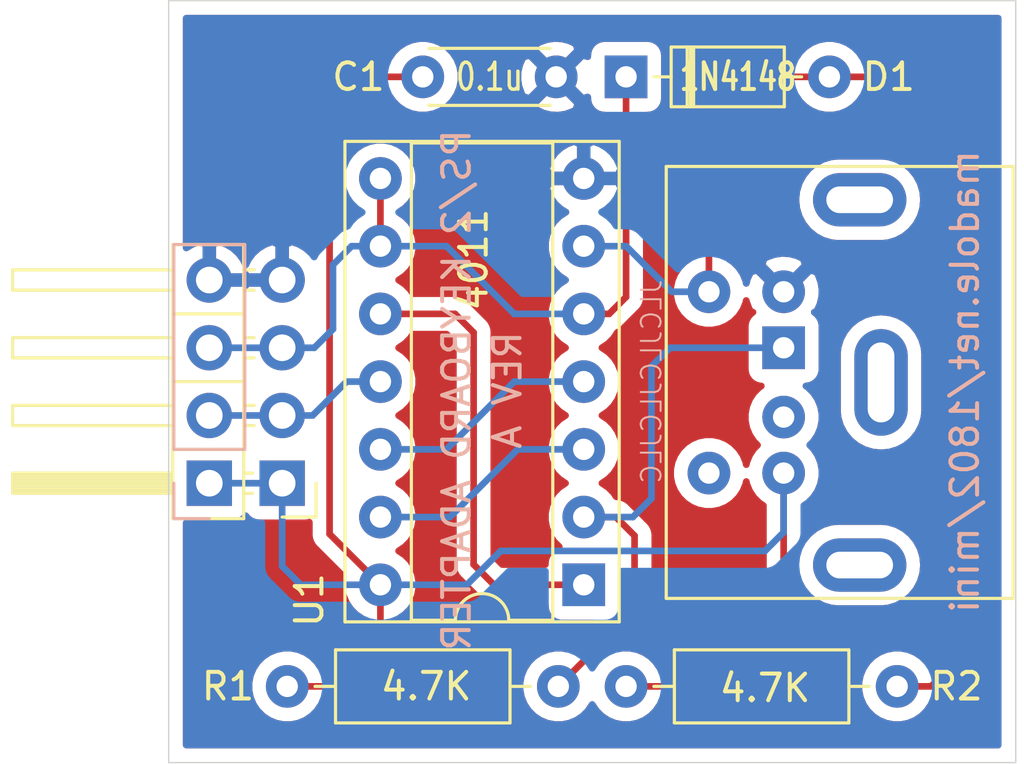
<source format=kicad_pcb>
(kicad_pcb (version 20171130) (host pcbnew "(5.1.12)-1")

  (general
    (thickness 1.6)
    (drawings 8)
    (tracks 67)
    (zones 0)
    (modules 8)
    (nets 10)
  )

  (page A4)
  (layers
    (0 F.Cu signal)
    (31 B.Cu signal)
    (32 B.Adhes user)
    (33 F.Adhes user)
    (34 B.Paste user)
    (35 F.Paste user)
    (36 B.SilkS user)
    (37 F.SilkS user)
    (38 B.Mask user)
    (39 F.Mask user)
    (40 Dwgs.User user)
    (41 Cmts.User user)
    (42 Eco1.User user)
    (43 Eco2.User user)
    (44 Edge.Cuts user)
    (45 Margin user)
    (46 B.CrtYd user)
    (47 F.CrtYd user)
    (48 B.Fab user)
    (49 F.Fab user)
  )

  (setup
    (last_trace_width 0.25)
    (trace_clearance 0.2)
    (zone_clearance 0.508)
    (zone_45_only no)
    (trace_min 0.2)
    (via_size 0.8)
    (via_drill 0.4)
    (via_min_size 0.4)
    (via_min_drill 0.3)
    (uvia_size 0.3)
    (uvia_drill 0.1)
    (uvias_allowed no)
    (uvia_min_size 0.2)
    (uvia_min_drill 0.1)
    (edge_width 0.05)
    (segment_width 0.2)
    (pcb_text_width 0.3)
    (pcb_text_size 1.5 1.5)
    (mod_edge_width 0.12)
    (mod_text_size 1 1)
    (mod_text_width 0.15)
    (pad_size 2 3.500001)
    (pad_drill 1)
    (pad_to_mask_clearance 0)
    (aux_axis_origin 0 0)
    (visible_elements 7FFFFFFF)
    (pcbplotparams
      (layerselection 0x010fc_ffffffff)
      (usegerberextensions false)
      (usegerberattributes true)
      (usegerberadvancedattributes true)
      (creategerberjobfile true)
      (excludeedgelayer true)
      (linewidth 0.100000)
      (plotframeref false)
      (viasonmask false)
      (mode 1)
      (useauxorigin false)
      (hpglpennumber 1)
      (hpglpenspeed 20)
      (hpglpendiameter 15.000000)
      (psnegative false)
      (psa4output false)
      (plotreference true)
      (plotvalue true)
      (plotinvisibletext false)
      (padsonsilk false)
      (subtractmaskfromsilk false)
      (outputformat 1)
      (mirror false)
      (drillshape 0)
      (scaleselection 1)
      (outputdirectory "export/"))
  )

  (net 0 "")
  (net 1 GND)
  (net 2 VCC)
  (net 3 "Net-(D1-Pad2)")
  (net 4 "Net-(D1-Pad1)")
  (net 5 "Net-(J1-Pad1)")
  (net 6 "Net-(J2-Pad2)")
  (net 7 "Net-(U1-Pad13)")
  (net 8 "Net-(U1-Pad12)")
  (net 9 "Net-(U1-Pad1)")

  (net_class Default "This is the default net class."
    (clearance 0.2)
    (trace_width 0.25)
    (via_dia 0.8)
    (via_drill 0.4)
    (uvia_dia 0.3)
    (uvia_drill 0.1)
    (add_net GND)
    (add_net "Net-(D1-Pad1)")
    (add_net "Net-(D1-Pad2)")
    (add_net "Net-(J1-Pad1)")
    (add_net "Net-(J2-Pad2)")
    (add_net "Net-(U1-Pad1)")
    (add_net "Net-(U1-Pad12)")
    (add_net "Net-(U1-Pad13)")
    (add_net VCC)
  )

  (module Connector_PinHeader_2.54mm:PinHeader_1x04_P2.54mm_Vertical (layer B.Cu) (tedit 59FED5CC) (tstamp 620D6787)
    (at 104.394 83.82)
    (descr "Through hole straight pin header, 1x04, 2.54mm pitch, single row")
    (tags "Through hole pin header THT 1x04 2.54mm single row")
    (path /6230C735)
    (fp_text reference J3 (at 0.0635 -3.81 90) (layer B.SilkS) hide
      (effects (font (size 1 1) (thickness 0.15)) (justify mirror))
    )
    (fp_text value Conn_01x04 (at 0.0635 -3.81 90) (layer B.Fab) hide
      (effects (font (size 1 1) (thickness 0.15)) (justify mirror))
    )
    (fp_line (start -0.635 1.27) (end 1.27 1.27) (layer B.Fab) (width 0.1))
    (fp_line (start 1.27 1.27) (end 1.27 -8.89) (layer B.Fab) (width 0.1))
    (fp_line (start 1.27 -8.89) (end -1.27 -8.89) (layer B.Fab) (width 0.1))
    (fp_line (start -1.27 -8.89) (end -1.27 0.635) (layer B.Fab) (width 0.1))
    (fp_line (start -1.27 0.635) (end -0.635 1.27) (layer B.Fab) (width 0.1))
    (fp_line (start -1.33 -8.95) (end 1.33 -8.95) (layer B.SilkS) (width 0.12))
    (fp_line (start -1.33 -1.27) (end -1.33 -8.95) (layer B.SilkS) (width 0.12))
    (fp_line (start 1.33 -1.27) (end 1.33 -8.95) (layer B.SilkS) (width 0.12))
    (fp_line (start -1.33 -1.27) (end 1.33 -1.27) (layer B.SilkS) (width 0.12))
    (fp_line (start -1.33 0) (end -1.33 1.33) (layer B.SilkS) (width 0.12))
    (fp_line (start -1.33 1.33) (end 0 1.33) (layer B.SilkS) (width 0.12))
    (fp_line (start -1.8 1.8) (end -1.8 -9.4) (layer B.CrtYd) (width 0.05))
    (fp_line (start -1.8 -9.4) (end 1.8 -9.4) (layer B.CrtYd) (width 0.05))
    (fp_line (start 1.8 -9.4) (end 1.8 1.8) (layer B.CrtYd) (width 0.05))
    (fp_line (start 1.8 1.8) (end -1.8 1.8) (layer B.CrtYd) (width 0.05))
    (fp_text user %R (at 0 -3.81 -90) (layer B.Fab) hide
      (effects (font (size 1 1) (thickness 0.15)) (justify mirror))
    )
    (pad 4 thru_hole oval (at 0 -7.62) (size 1.7 1.7) (drill 1) (layers *.Cu *.Mask)
      (net 1 GND))
    (pad 3 thru_hole oval (at 0 -5.08) (size 1.7 1.7) (drill 1) (layers *.Cu *.Mask)
      (net 4 "Net-(D1-Pad1)"))
    (pad 2 thru_hole oval (at 0 -2.54) (size 1.7 1.7) (drill 1) (layers *.Cu *.Mask)
      (net 6 "Net-(J2-Pad2)"))
    (pad 1 thru_hole rect (at 0 0) (size 1.7 1.7) (drill 1) (layers *.Cu *.Mask)
      (net 2 VCC))
    (model ${KISYS3DMOD}/Connector_PinHeader_2.54mm.3dshapes/PinHeader_1x04_P2.54mm_Vertical.wrl
      (at (xyz 0 0 0))
      (scale (xyz 1 1 1))
      (rotate (xyz 0 0 0))
    )
  )

  (module Package_DIP:DIP-14_W7.62mm_Socket (layer F.Cu) (tedit 5A02E8C5) (tstamp 620D6B83)
    (at 118.4275 87.63 180)
    (descr "14-lead though-hole mounted DIP package, row spacing 7.62 mm (300 mils), Socket")
    (tags "THT DIP DIL PDIP 2.54mm 7.62mm 300mil Socket")
    (path /62117A3F)
    (fp_text reference U1 (at 10.287 -0.5715 90) (layer F.SilkS)
      (effects (font (size 1 1) (thickness 0.15)))
    )
    (fp_text value 4011 (at 4.1275 12.192 90) (layer F.SilkS)
      (effects (font (size 1 1) (thickness 0.15)))
    )
    (fp_line (start 1.635 -1.27) (end 6.985 -1.27) (layer F.Fab) (width 0.1))
    (fp_line (start 6.985 -1.27) (end 6.985 16.51) (layer F.Fab) (width 0.1))
    (fp_line (start 6.985 16.51) (end 0.635 16.51) (layer F.Fab) (width 0.1))
    (fp_line (start 0.635 16.51) (end 0.635 -0.27) (layer F.Fab) (width 0.1))
    (fp_line (start 0.635 -0.27) (end 1.635 -1.27) (layer F.Fab) (width 0.1))
    (fp_line (start -1.27 -1.33) (end -1.27 16.57) (layer F.Fab) (width 0.1))
    (fp_line (start -1.27 16.57) (end 8.89 16.57) (layer F.Fab) (width 0.1))
    (fp_line (start 8.89 16.57) (end 8.89 -1.33) (layer F.Fab) (width 0.1))
    (fp_line (start 8.89 -1.33) (end -1.27 -1.33) (layer F.Fab) (width 0.1))
    (fp_line (start 2.81 -1.33) (end 1.16 -1.33) (layer F.SilkS) (width 0.12))
    (fp_line (start 1.16 -1.33) (end 1.16 16.57) (layer F.SilkS) (width 0.12))
    (fp_line (start 1.16 16.57) (end 6.46 16.57) (layer F.SilkS) (width 0.12))
    (fp_line (start 6.46 16.57) (end 6.46 -1.33) (layer F.SilkS) (width 0.12))
    (fp_line (start 6.46 -1.33) (end 4.81 -1.33) (layer F.SilkS) (width 0.12))
    (fp_line (start -1.33 -1.39) (end -1.33 16.63) (layer F.SilkS) (width 0.12))
    (fp_line (start -1.33 16.63) (end 8.95 16.63) (layer F.SilkS) (width 0.12))
    (fp_line (start 8.95 16.63) (end 8.95 -1.39) (layer F.SilkS) (width 0.12))
    (fp_line (start 8.95 -1.39) (end -1.33 -1.39) (layer F.SilkS) (width 0.12))
    (fp_line (start -1.55 -1.6) (end -1.55 16.85) (layer F.CrtYd) (width 0.05))
    (fp_line (start -1.55 16.85) (end 9.15 16.85) (layer F.CrtYd) (width 0.05))
    (fp_line (start 9.15 16.85) (end 9.15 -1.6) (layer F.CrtYd) (width 0.05))
    (fp_line (start 9.15 -1.6) (end -1.55 -1.6) (layer F.CrtYd) (width 0.05))
    (fp_text user %R (at 10.287 -0.5715 90) (layer F.Fab)
      (effects (font (size 1 1) (thickness 0.15)))
    )
    (fp_arc (start 3.81 -1.33) (end 2.81 -1.33) (angle -180) (layer F.SilkS) (width 0.12))
    (pad 14 thru_hole oval (at 7.62 0 180) (size 1.6 1.6) (drill 0.8) (layers *.Cu *.Mask)
      (net 2 VCC))
    (pad 7 thru_hole oval (at 0 15.24 180) (size 1.6 1.6) (drill 0.8) (layers *.Cu *.Mask)
      (net 1 GND))
    (pad 13 thru_hole oval (at 7.62 2.54 180) (size 1.6 1.6) (drill 0.8) (layers *.Cu *.Mask)
      (net 7 "Net-(U1-Pad13)"))
    (pad 6 thru_hole oval (at 0 12.7 180) (size 1.6 1.6) (drill 0.8) (layers *.Cu *.Mask)
      (net 3 "Net-(D1-Pad2)"))
    (pad 12 thru_hole oval (at 7.62 5.08 180) (size 1.6 1.6) (drill 0.8) (layers *.Cu *.Mask)
      (net 8 "Net-(U1-Pad12)"))
    (pad 5 thru_hole oval (at 0 10.16 180) (size 1.6 1.6) (drill 0.8) (layers *.Cu *.Mask)
      (net 4 "Net-(D1-Pad1)"))
    (pad 11 thru_hole oval (at 7.62 7.62 180) (size 1.6 1.6) (drill 0.8) (layers *.Cu *.Mask)
      (net 6 "Net-(J2-Pad2)"))
    (pad 4 thru_hole oval (at 0 7.62 180) (size 1.6 1.6) (drill 0.8) (layers *.Cu *.Mask)
      (net 8 "Net-(U1-Pad12)"))
    (pad 10 thru_hole oval (at 7.62 10.16 180) (size 1.6 1.6) (drill 0.8) (layers *.Cu *.Mask)
      (net 9 "Net-(U1-Pad1)"))
    (pad 3 thru_hole oval (at 0 5.08 180) (size 1.6 1.6) (drill 0.8) (layers *.Cu *.Mask)
      (net 7 "Net-(U1-Pad13)"))
    (pad 9 thru_hole oval (at 7.62 12.7 180) (size 1.6 1.6) (drill 0.8) (layers *.Cu *.Mask)
      (net 4 "Net-(D1-Pad1)"))
    (pad 2 thru_hole oval (at 0 2.54 180) (size 1.6 1.6) (drill 0.8) (layers *.Cu *.Mask)
      (net 5 "Net-(J1-Pad1)"))
    (pad 8 thru_hole oval (at 7.62 15.24 180) (size 1.6 1.6) (drill 0.8) (layers *.Cu *.Mask)
      (net 4 "Net-(D1-Pad1)"))
    (pad 1 thru_hole rect (at 0 0 180) (size 1.6 1.6) (drill 0.8) (layers *.Cu *.Mask)
      (net 9 "Net-(U1-Pad1)"))
    (model ${KISYS3DMOD}/Package_DIP.3dshapes/DIP-14_W7.62mm_Socket.wrl
      (at (xyz 0 0 0))
      (scale (xyz 1 1 1))
      (rotate (xyz 0 0 0))
    )
  )

  (module Resistor_THT:R_Axial_DIN0207_L6.3mm_D2.5mm_P10.16mm_Horizontal (layer F.Cu) (tedit 5AE5139B) (tstamp 620D36C6)
    (at 120.015 91.44)
    (descr "Resistor, Axial_DIN0207 series, Axial, Horizontal, pin pitch=10.16mm, 0.25W = 1/4W, length*diameter=6.3*2.5mm^2, http://cdn-reichelt.de/documents/datenblatt/B400/1_4W%23YAG.pdf")
    (tags "Resistor Axial_DIN0207 series Axial Horizontal pin pitch 10.16mm 0.25W = 1/4W length 6.3mm diameter 2.5mm")
    (path /621197A4)
    (fp_text reference R2 (at 12.3825 0) (layer F.SilkS)
      (effects (font (size 1 1) (thickness 0.15)))
    )
    (fp_text value 4.7K (at 5.207 0.0635) (layer F.SilkS)
      (effects (font (size 1 1) (thickness 0.15)))
    )
    (fp_line (start 1.93 -1.25) (end 1.93 1.25) (layer F.Fab) (width 0.1))
    (fp_line (start 1.93 1.25) (end 8.23 1.25) (layer F.Fab) (width 0.1))
    (fp_line (start 8.23 1.25) (end 8.23 -1.25) (layer F.Fab) (width 0.1))
    (fp_line (start 8.23 -1.25) (end 1.93 -1.25) (layer F.Fab) (width 0.1))
    (fp_line (start 0 0) (end 1.93 0) (layer F.Fab) (width 0.1))
    (fp_line (start 10.16 0) (end 8.23 0) (layer F.Fab) (width 0.1))
    (fp_line (start 1.81 -1.37) (end 1.81 1.37) (layer F.SilkS) (width 0.12))
    (fp_line (start 1.81 1.37) (end 8.35 1.37) (layer F.SilkS) (width 0.12))
    (fp_line (start 8.35 1.37) (end 8.35 -1.37) (layer F.SilkS) (width 0.12))
    (fp_line (start 8.35 -1.37) (end 1.81 -1.37) (layer F.SilkS) (width 0.12))
    (fp_line (start 1.04 0) (end 1.81 0) (layer F.SilkS) (width 0.12))
    (fp_line (start 9.12 0) (end 8.35 0) (layer F.SilkS) (width 0.12))
    (fp_line (start -1.05 -1.5) (end -1.05 1.5) (layer F.CrtYd) (width 0.05))
    (fp_line (start -1.05 1.5) (end 11.21 1.5) (layer F.CrtYd) (width 0.05))
    (fp_line (start 11.21 1.5) (end 11.21 -1.5) (layer F.CrtYd) (width 0.05))
    (fp_line (start 11.21 -1.5) (end -1.05 -1.5) (layer F.CrtYd) (width 0.05))
    (fp_text user %R (at 5.08 0) (layer F.Fab)
      (effects (font (size 1 1) (thickness 0.15)))
    )
    (pad 2 thru_hole oval (at 10.16 0) (size 1.6 1.6) (drill 0.8) (layers *.Cu *.Mask)
      (net 3 "Net-(D1-Pad2)"))
    (pad 1 thru_hole circle (at 0 0) (size 1.6 1.6) (drill 0.8) (layers *.Cu *.Mask)
      (net 2 VCC))
    (model ${KISYS3DMOD}/Resistor_THT.3dshapes/R_Axial_DIN0207_L6.3mm_D2.5mm_P10.16mm_Horizontal.wrl
      (at (xyz 0 0 0))
      (scale (xyz 1 1 1))
      (rotate (xyz 0 0 0))
    )
  )

  (module Resistor_THT:R_Axial_DIN0207_L6.3mm_D2.5mm_P10.16mm_Horizontal (layer F.Cu) (tedit 5AE5139B) (tstamp 620D2E5D)
    (at 107.315 91.44)
    (descr "Resistor, Axial_DIN0207 series, Axial, Horizontal, pin pitch=10.16mm, 0.25W = 1/4W, length*diameter=6.3*2.5mm^2, http://cdn-reichelt.de/documents/datenblatt/B400/1_4W%23YAG.pdf")
    (tags "Resistor Axial_DIN0207 series Axial Horizontal pin pitch 10.16mm 0.25W = 1/4W length 6.3mm diameter 2.5mm")
    (path /621190A9)
    (fp_text reference R1 (at -2.2225 0) (layer F.SilkS)
      (effects (font (size 1 1) (thickness 0.15)))
    )
    (fp_text value 4.7K (at 5.207 0) (layer F.SilkS)
      (effects (font (size 1 1) (thickness 0.15)))
    )
    (fp_line (start 1.93 -1.25) (end 1.93 1.25) (layer F.Fab) (width 0.1))
    (fp_line (start 1.93 1.25) (end 8.23 1.25) (layer F.Fab) (width 0.1))
    (fp_line (start 8.23 1.25) (end 8.23 -1.25) (layer F.Fab) (width 0.1))
    (fp_line (start 8.23 -1.25) (end 1.93 -1.25) (layer F.Fab) (width 0.1))
    (fp_line (start 0 0) (end 1.93 0) (layer F.Fab) (width 0.1))
    (fp_line (start 10.16 0) (end 8.23 0) (layer F.Fab) (width 0.1))
    (fp_line (start 1.81 -1.37) (end 1.81 1.37) (layer F.SilkS) (width 0.12))
    (fp_line (start 1.81 1.37) (end 8.35 1.37) (layer F.SilkS) (width 0.12))
    (fp_line (start 8.35 1.37) (end 8.35 -1.37) (layer F.SilkS) (width 0.12))
    (fp_line (start 8.35 -1.37) (end 1.81 -1.37) (layer F.SilkS) (width 0.12))
    (fp_line (start 1.04 0) (end 1.81 0) (layer F.SilkS) (width 0.12))
    (fp_line (start 9.12 0) (end 8.35 0) (layer F.SilkS) (width 0.12))
    (fp_line (start -1.05 -1.5) (end -1.05 1.5) (layer F.CrtYd) (width 0.05))
    (fp_line (start -1.05 1.5) (end 11.21 1.5) (layer F.CrtYd) (width 0.05))
    (fp_line (start 11.21 1.5) (end 11.21 -1.5) (layer F.CrtYd) (width 0.05))
    (fp_line (start 11.21 -1.5) (end -1.05 -1.5) (layer F.CrtYd) (width 0.05))
    (fp_text user %R (at 5.08 0) (layer F.Fab)
      (effects (font (size 1 1) (thickness 0.15)))
    )
    (pad 2 thru_hole oval (at 10.16 0) (size 1.6 1.6) (drill 0.8) (layers *.Cu *.Mask)
      (net 5 "Net-(J1-Pad1)"))
    (pad 1 thru_hole circle (at 0 0) (size 1.6 1.6) (drill 0.8) (layers *.Cu *.Mask)
      (net 2 VCC))
    (model ${KISYS3DMOD}/Resistor_THT.3dshapes/R_Axial_DIN0207_L6.3mm_D2.5mm_P10.16mm_Horizontal.wrl
      (at (xyz 0 0 0))
      (scale (xyz 1 1 1))
      (rotate (xyz 0 0 0))
    )
  )

  (module Connector_PinHeader_2.54mm:PinHeader_1x04_P2.54mm_Horizontal (layer F.Cu) (tedit 59FED5CB) (tstamp 620D4740)
    (at 107.1245 83.82 180)
    (descr "Through hole angled pin header, 1x04, 2.54mm pitch, 6mm pin length, single row")
    (tags "Through hole angled pin header THT 1x04 2.54mm single row")
    (path /621FB905)
    (fp_text reference J2 (at 0 0) (layer F.SilkS) hide
      (effects (font (size 1 1) (thickness 0.15)))
    )
    (fp_text value Conn_01x04 (at -0.0635 3.7465 90) (layer F.Fab) hide
      (effects (font (size 1 1) (thickness 0.15)))
    )
    (fp_line (start 2.135 -1.27) (end 4.04 -1.27) (layer F.Fab) (width 0.1))
    (fp_line (start 4.04 -1.27) (end 4.04 8.89) (layer F.Fab) (width 0.1))
    (fp_line (start 4.04 8.89) (end 1.5 8.89) (layer F.Fab) (width 0.1))
    (fp_line (start 1.5 8.89) (end 1.5 -0.635) (layer F.Fab) (width 0.1))
    (fp_line (start 1.5 -0.635) (end 2.135 -1.27) (layer F.Fab) (width 0.1))
    (fp_line (start -0.32 -0.32) (end 1.5 -0.32) (layer F.Fab) (width 0.1))
    (fp_line (start -0.32 -0.32) (end -0.32 0.32) (layer F.Fab) (width 0.1))
    (fp_line (start -0.32 0.32) (end 1.5 0.32) (layer F.Fab) (width 0.1))
    (fp_line (start 4.04 -0.32) (end 10.04 -0.32) (layer F.Fab) (width 0.1))
    (fp_line (start 10.04 -0.32) (end 10.04 0.32) (layer F.Fab) (width 0.1))
    (fp_line (start 4.04 0.32) (end 10.04 0.32) (layer F.Fab) (width 0.1))
    (fp_line (start -0.32 2.22) (end 1.5 2.22) (layer F.Fab) (width 0.1))
    (fp_line (start -0.32 2.22) (end -0.32 2.86) (layer F.Fab) (width 0.1))
    (fp_line (start -0.32 2.86) (end 1.5 2.86) (layer F.Fab) (width 0.1))
    (fp_line (start 4.04 2.22) (end 10.04 2.22) (layer F.Fab) (width 0.1))
    (fp_line (start 10.04 2.22) (end 10.04 2.86) (layer F.Fab) (width 0.1))
    (fp_line (start 4.04 2.86) (end 10.04 2.86) (layer F.Fab) (width 0.1))
    (fp_line (start -0.32 4.76) (end 1.5 4.76) (layer F.Fab) (width 0.1))
    (fp_line (start -0.32 4.76) (end -0.32 5.4) (layer F.Fab) (width 0.1))
    (fp_line (start -0.32 5.4) (end 1.5 5.4) (layer F.Fab) (width 0.1))
    (fp_line (start 4.04 4.76) (end 10.04 4.76) (layer F.Fab) (width 0.1))
    (fp_line (start 10.04 4.76) (end 10.04 5.4) (layer F.Fab) (width 0.1))
    (fp_line (start 4.04 5.4) (end 10.04 5.4) (layer F.Fab) (width 0.1))
    (fp_line (start -0.32 7.3) (end 1.5 7.3) (layer F.Fab) (width 0.1))
    (fp_line (start -0.32 7.3) (end -0.32 7.94) (layer F.Fab) (width 0.1))
    (fp_line (start -0.32 7.94) (end 1.5 7.94) (layer F.Fab) (width 0.1))
    (fp_line (start 4.04 7.3) (end 10.04 7.3) (layer F.Fab) (width 0.1))
    (fp_line (start 10.04 7.3) (end 10.04 7.94) (layer F.Fab) (width 0.1))
    (fp_line (start 4.04 7.94) (end 10.04 7.94) (layer F.Fab) (width 0.1))
    (fp_line (start 1.44 -1.33) (end 1.44 8.95) (layer F.SilkS) (width 0.12))
    (fp_line (start 1.44 8.95) (end 4.1 8.95) (layer F.SilkS) (width 0.12))
    (fp_line (start 4.1 8.95) (end 4.1 -1.33) (layer F.SilkS) (width 0.12))
    (fp_line (start 4.1 -1.33) (end 1.44 -1.33) (layer F.SilkS) (width 0.12))
    (fp_line (start 4.1 -0.38) (end 10.1 -0.38) (layer F.SilkS) (width 0.12))
    (fp_line (start 10.1 -0.38) (end 10.1 0.38) (layer F.SilkS) (width 0.12))
    (fp_line (start 10.1 0.38) (end 4.1 0.38) (layer F.SilkS) (width 0.12))
    (fp_line (start 4.1 -0.32) (end 10.1 -0.32) (layer F.SilkS) (width 0.12))
    (fp_line (start 4.1 -0.2) (end 10.1 -0.2) (layer F.SilkS) (width 0.12))
    (fp_line (start 4.1 -0.08) (end 10.1 -0.08) (layer F.SilkS) (width 0.12))
    (fp_line (start 4.1 0.04) (end 10.1 0.04) (layer F.SilkS) (width 0.12))
    (fp_line (start 4.1 0.16) (end 10.1 0.16) (layer F.SilkS) (width 0.12))
    (fp_line (start 4.1 0.28) (end 10.1 0.28) (layer F.SilkS) (width 0.12))
    (fp_line (start 1.11 -0.38) (end 1.44 -0.38) (layer F.SilkS) (width 0.12))
    (fp_line (start 1.11 0.38) (end 1.44 0.38) (layer F.SilkS) (width 0.12))
    (fp_line (start 1.44 1.27) (end 4.1 1.27) (layer F.SilkS) (width 0.12))
    (fp_line (start 4.1 2.16) (end 10.1 2.16) (layer F.SilkS) (width 0.12))
    (fp_line (start 10.1 2.16) (end 10.1 2.92) (layer F.SilkS) (width 0.12))
    (fp_line (start 10.1 2.92) (end 4.1 2.92) (layer F.SilkS) (width 0.12))
    (fp_line (start 1.042929 2.16) (end 1.44 2.16) (layer F.SilkS) (width 0.12))
    (fp_line (start 1.042929 2.92) (end 1.44 2.92) (layer F.SilkS) (width 0.12))
    (fp_line (start 1.44 3.81) (end 4.1 3.81) (layer F.SilkS) (width 0.12))
    (fp_line (start 4.1 4.7) (end 10.1 4.7) (layer F.SilkS) (width 0.12))
    (fp_line (start 10.1 4.7) (end 10.1 5.46) (layer F.SilkS) (width 0.12))
    (fp_line (start 10.1 5.46) (end 4.1 5.46) (layer F.SilkS) (width 0.12))
    (fp_line (start 1.042929 4.7) (end 1.44 4.7) (layer F.SilkS) (width 0.12))
    (fp_line (start 1.042929 5.46) (end 1.44 5.46) (layer F.SilkS) (width 0.12))
    (fp_line (start 1.44 6.35) (end 4.1 6.35) (layer F.SilkS) (width 0.12))
    (fp_line (start 4.1 7.24) (end 10.1 7.24) (layer F.SilkS) (width 0.12))
    (fp_line (start 10.1 7.24) (end 10.1 8) (layer F.SilkS) (width 0.12))
    (fp_line (start 10.1 8) (end 4.1 8) (layer F.SilkS) (width 0.12))
    (fp_line (start 1.042929 7.24) (end 1.44 7.24) (layer F.SilkS) (width 0.12))
    (fp_line (start 1.042929 8) (end 1.44 8) (layer F.SilkS) (width 0.12))
    (fp_line (start -1.27 0) (end -1.27 -1.27) (layer F.SilkS) (width 0.12))
    (fp_line (start -1.27 -1.27) (end 0 -1.27) (layer F.SilkS) (width 0.12))
    (fp_line (start -1.8 -1.8) (end -1.8 9.4) (layer F.CrtYd) (width 0.05))
    (fp_line (start -1.8 9.4) (end 10.55 9.4) (layer F.CrtYd) (width 0.05))
    (fp_line (start 10.55 9.4) (end 10.55 -1.8) (layer F.CrtYd) (width 0.05))
    (fp_line (start 10.55 -1.8) (end -1.8 -1.8) (layer F.CrtYd) (width 0.05))
    (fp_text user %R (at 2.77 3.81 90) (layer F.Fab) hide
      (effects (font (size 1 1) (thickness 0.15)))
    )
    (pad 4 thru_hole oval (at 0 7.62 180) (size 1.7 1.7) (drill 1) (layers *.Cu *.Mask)
      (net 1 GND))
    (pad 3 thru_hole oval (at 0 5.08 180) (size 1.7 1.7) (drill 1) (layers *.Cu *.Mask)
      (net 4 "Net-(D1-Pad1)"))
    (pad 2 thru_hole oval (at 0 2.54 180) (size 1.7 1.7) (drill 1) (layers *.Cu *.Mask)
      (net 6 "Net-(J2-Pad2)"))
    (pad 1 thru_hole rect (at 0 0 180) (size 1.7 1.7) (drill 1) (layers *.Cu *.Mask)
      (net 2 VCC))
    (model ${KISYS3DMOD}/Connector_PinHeader_2.54mm.3dshapes/PinHeader_1x04_P2.54mm_Horizontal.wrl
      (at (xyz 0 0 0))
      (scale (xyz 1 1 1))
      (rotate (xyz 0 0 0))
    )
  )

  (module custom:6-pin-mini-din (layer F.Cu) (tedit 62156FDE) (tstamp 620D2DF9)
    (at 125.9205 78.74 90)
    (descr "A footprint for the generic 6 pin Mini-DIN through hole connector with shell.")
    (tags "mini din 6pin connector socket")
    (path /621FA669)
    (fp_text reference J1 (at -1.778 -6.0325 90) (layer F.Fab) hide
      (effects (font (size 1 1) (thickness 0.15)))
    )
    (fp_text value Mini-DIN-6 (at -1.5875 0.127 90) (layer F.Fab) hide
      (effects (font (size 1 1) (thickness 0.15)))
    )
    (fp_line (start 6.7 -4.3) (end 6.7 8.5) (layer F.Fab) (width 0.1))
    (fp_line (start 6.7 8.5) (end -9.3 8.5) (layer F.Fab) (width 0.1))
    (fp_line (start -9.3 8.5) (end -9.3 -4.3) (layer F.Fab) (width 0.1))
    (fp_line (start -9.3 -4.3) (end 6.7 -4.3) (layer F.Fab) (width 0.1))
    (fp_line (start 6.8 -4.4) (end 6.8 8.6) (layer F.SilkS) (width 0.12))
    (fp_line (start -9.4 -4.4) (end -9.4 8.6) (layer F.SilkS) (width 0.12))
    (fp_line (start -9.4 -4.4) (end 6.8 -4.4) (layer F.SilkS) (width 0.12))
    (fp_line (start -9.4 8.6) (end 6.8 8.6) (layer F.SilkS) (width 0.12))
    (fp_line (start -9.81 -5.05) (end 7.19 -5.05) (layer F.CrtYd) (width 0.05))
    (fp_line (start -9.81 -5.05) (end -9.81 9) (layer F.CrtYd) (width 0.05))
    (fp_line (start 7.19 9) (end 7.19 -5.05) (layer F.CrtYd) (width 0.05))
    (fp_line (start 7.19 9) (end -9.81 9) (layer F.CrtYd) (width 0.05))
    (fp_text user %R (at 0.0635 0.0635 90) (layer F.Fab)
      (effects (font (size 1 1) (thickness 0.15)))
    )
    (pad 7 thru_hole oval (at -1.3 3.65 90) (size 4 2) (drill oval 3 1) (layers *.Cu *.Mask))
    (pad 6 thru_hole circle (at -4.7 -2.8 90) (size 1.6 1.6) (drill 0.8) (layers *.Cu *.Mask))
    (pad 5 thru_hole circle (at 2.1 -2.8 90) (size 1.6 1.6) (drill 0.8) (layers *.Cu *.Mask)
      (net 3 "Net-(D1-Pad2)"))
    (pad 4 thru_hole circle (at -4.7 0 90) (size 1.6 1.6) (drill 0.8) (layers *.Cu *.Mask)
      (net 2 VCC))
    (pad 3 thru_hole circle (at 2.1 0 90) (size 1.6 1.6) (drill 0.8) (layers *.Cu *.Mask)
      (net 1 GND))
    (pad 2 thru_hole circle (at -2.6 0 90) (size 1.6 1.6) (drill 0.8) (layers *.Cu *.Mask))
    (pad 1 thru_hole rect (at 0 0 90) (size 1.6 1.6) (drill 0.8) (layers *.Cu *.Mask)
      (net 5 "Net-(J1-Pad1)"))
    (pad 7 thru_hole oval (at 5.55 2.85 90) (size 2 3.500001) (drill oval 1 2.5) (layers *.Cu *.Mask))
    (pad 7 thru_hole oval (at -8.15 2.85 90) (size 2 3.500001) (drill oval 1 2.5) (layers *.Cu *.Mask))
  )

  (module Diode_THT:D_DO-35_SOD27_P7.62mm_Horizontal (layer F.Cu) (tedit 5AE50CD5) (tstamp 620D8E5C)
    (at 120.015 68.58)
    (descr "Diode, DO-35_SOD27 series, Axial, Horizontal, pin pitch=7.62mm, , length*diameter=4*2mm^2, , http://www.diodes.com/_files/packages/DO-35.pdf")
    (tags "Diode DO-35_SOD27 series Axial Horizontal pin pitch 7.62mm  length 4mm diameter 2mm")
    (path /62119EC7)
    (fp_text reference D1 (at 9.8425 0) (layer F.SilkS)
      (effects (font (size 1 1) (thickness 0.15)))
    )
    (fp_text value 1N4148 (at 4.191 0) (layer F.SilkS)
      (effects (font (size 1 0.746) (thickness 0.15)))
    )
    (fp_line (start 1.81 -1) (end 1.81 1) (layer F.Fab) (width 0.1))
    (fp_line (start 1.81 1) (end 5.81 1) (layer F.Fab) (width 0.1))
    (fp_line (start 5.81 1) (end 5.81 -1) (layer F.Fab) (width 0.1))
    (fp_line (start 5.81 -1) (end 1.81 -1) (layer F.Fab) (width 0.1))
    (fp_line (start 0 0) (end 1.81 0) (layer F.Fab) (width 0.1))
    (fp_line (start 7.62 0) (end 5.81 0) (layer F.Fab) (width 0.1))
    (fp_line (start 2.41 -1) (end 2.41 1) (layer F.Fab) (width 0.1))
    (fp_line (start 2.51 -1) (end 2.51 1) (layer F.Fab) (width 0.1))
    (fp_line (start 2.31 -1) (end 2.31 1) (layer F.Fab) (width 0.1))
    (fp_line (start 1.69 -1.12) (end 1.69 1.12) (layer F.SilkS) (width 0.12))
    (fp_line (start 1.69 1.12) (end 5.93 1.12) (layer F.SilkS) (width 0.12))
    (fp_line (start 5.93 1.12) (end 5.93 -1.12) (layer F.SilkS) (width 0.12))
    (fp_line (start 5.93 -1.12) (end 1.69 -1.12) (layer F.SilkS) (width 0.12))
    (fp_line (start 1.04 0) (end 1.69 0) (layer F.SilkS) (width 0.12))
    (fp_line (start 6.58 0) (end 5.93 0) (layer F.SilkS) (width 0.12))
    (fp_line (start 2.41 -1.12) (end 2.41 1.12) (layer F.SilkS) (width 0.12))
    (fp_line (start 2.53 -1.12) (end 2.53 1.12) (layer F.SilkS) (width 0.12))
    (fp_line (start 2.29 -1.12) (end 2.29 1.12) (layer F.SilkS) (width 0.12))
    (fp_line (start -1.05 -1.25) (end -1.05 1.25) (layer F.CrtYd) (width 0.05))
    (fp_line (start -1.05 1.25) (end 8.67 1.25) (layer F.CrtYd) (width 0.05))
    (fp_line (start 8.67 1.25) (end 8.67 -1.25) (layer F.CrtYd) (width 0.05))
    (fp_line (start 8.67 -1.25) (end -1.05 -1.25) (layer F.CrtYd) (width 0.05))
    (fp_text user K (at 0 0) (layer F.SilkS) hide
      (effects (font (size 1 1) (thickness 0.15)))
    )
    (fp_text user K (at 0.0635 0) (layer F.Fab)
      (effects (font (size 1 1) (thickness 0.15)))
    )
    (fp_text user %R (at 4.11 0) (layer F.Fab)
      (effects (font (size 0.8 0.8) (thickness 0.12)))
    )
    (pad 2 thru_hole oval (at 7.62 0) (size 1.6 1.6) (drill 0.8) (layers *.Cu *.Mask)
      (net 3 "Net-(D1-Pad2)"))
    (pad 1 thru_hole rect (at 0 0) (size 1.6 1.6) (drill 0.8) (layers *.Cu *.Mask)
      (net 4 "Net-(D1-Pad1)"))
    (model ${KISYS3DMOD}/Diode_THT.3dshapes/D_DO-35_SOD27_P7.62mm_Horizontal.wrl
      (at (xyz 0 0 0))
      (scale (xyz 1 1 1))
      (rotate (xyz 0 0 0))
    )
  )

  (module Capacitor_THT:C_Disc_D4.3mm_W1.9mm_P5.00mm (layer F.Cu) (tedit 5AE50EF0) (tstamp 620D2DC0)
    (at 112.395 68.58)
    (descr "C, Disc series, Radial, pin pitch=5.00mm, , diameter*width=4.3*1.9mm^2, Capacitor, http://www.vishay.com/docs/45233/krseries.pdf")
    (tags "C Disc series Radial pin pitch 5.00mm  diameter 4.3mm width 1.9mm Capacitor")
    (path /62203E58)
    (fp_text reference C1 (at -2.413 0) (layer F.SilkS)
      (effects (font (size 1 1) (thickness 0.15)))
    )
    (fp_text value C (at -0.0635 0.0635) (layer F.Fab) hide
      (effects (font (size 1 1) (thickness 0.15)))
    )
    (fp_line (start 0.35 -0.95) (end 0.35 0.95) (layer F.Fab) (width 0.1))
    (fp_line (start 0.35 0.95) (end 4.65 0.95) (layer F.Fab) (width 0.1))
    (fp_line (start 4.65 0.95) (end 4.65 -0.95) (layer F.Fab) (width 0.1))
    (fp_line (start 4.65 -0.95) (end 0.35 -0.95) (layer F.Fab) (width 0.1))
    (fp_line (start 0.23 -1.07) (end 4.77 -1.07) (layer F.SilkS) (width 0.12))
    (fp_line (start 0.23 1.07) (end 4.77 1.07) (layer F.SilkS) (width 0.12))
    (fp_line (start 0.23 -1.07) (end 0.23 -1.055) (layer F.SilkS) (width 0.12))
    (fp_line (start 0.23 1.055) (end 0.23 1.07) (layer F.SilkS) (width 0.12))
    (fp_line (start 4.77 -1.07) (end 4.77 -1.055) (layer F.SilkS) (width 0.12))
    (fp_line (start 4.77 1.055) (end 4.77 1.07) (layer F.SilkS) (width 0.12))
    (fp_line (start -1.05 -1.2) (end -1.05 1.2) (layer F.CrtYd) (width 0.05))
    (fp_line (start -1.05 1.2) (end 6.05 1.2) (layer F.CrtYd) (width 0.05))
    (fp_line (start 6.05 1.2) (end 6.05 -1.2) (layer F.CrtYd) (width 0.05))
    (fp_line (start 6.05 -1.2) (end -1.05 -1.2) (layer F.CrtYd) (width 0.05))
    (fp_text user 0.1u (at 2.5 0) (layer F.SilkS)
      (effects (font (size 1.0124 0.7584) (thickness 0.129)))
    )
    (pad 2 thru_hole circle (at 5 0) (size 1.6 1.6) (drill 0.8) (layers *.Cu *.Mask)
      (net 1 GND))
    (pad 1 thru_hole circle (at 0 0) (size 1.6 1.6) (drill 0.8) (layers *.Cu *.Mask)
      (net 2 VCC))
    (model ${KISYS3DMOD}/Capacitor_THT.3dshapes/C_Disc_D4.3mm_W1.9mm_P5.00mm.wrl
      (at (xyz 0 0 0))
      (scale (xyz 1 1 1))
      (rotate (xyz 0 0 0))
    )
  )

  (gr_text JLCJLCJLCJLC (at 120.9675 80.01 90) (layer B.SilkS) (tstamp 6215AFA9)
    (effects (font (size 0.746 0.746) (thickness 0.0738)) (justify mirror))
  )
  (gr_text madole.net/1802/mini (at 132.715 80.01 90) (layer B.SilkS) (tstamp 6215AA67)
    (effects (font (size 1 1) (thickness 0.15)) (justify mirror))
  )
  (gr_text "REV A" (at 115.57 80.3275 90) (layer B.SilkS) (tstamp 6215A9B2)
    (effects (font (size 1 1) (thickness 0.15)) (justify mirror))
  )
  (gr_text "PS/2 KEYBOARD ADAPTER" (at 113.665 80.3275 90) (layer B.SilkS)
    (effects (font (size 1 1) (thickness 0.15)) (justify mirror))
  )
  (gr_line (start 102.87 65.7225) (end 134.62 65.7225) (layer Edge.Cuts) (width 0.05) (tstamp 620D3385))
  (gr_line (start 102.87 94.2975) (end 102.87 65.7225) (layer Edge.Cuts) (width 0.05))
  (gr_line (start 134.62 94.2975) (end 102.87 94.2975) (layer Edge.Cuts) (width 0.05))
  (gr_line (start 134.62 65.7225) (end 134.62 94.2975) (layer Edge.Cuts) (width 0.05))

  (segment (start 107.1245 76.2) (end 107.1245 76.2635) (width 0.25) (layer B.Cu) (net 1))
  (segment (start 104.394 76.2) (end 107.1245 76.2) (width 0.25) (layer B.Cu) (net 1))
  (segment (start 118.4275 72.39) (end 117.776625 72.39) (width 0.25) (layer F.Cu) (net 1))
  (segment (start 107.1245 83.82) (end 104.394 83.82) (width 0.25) (layer B.Cu) (net 2))
  (segment (start 107.1245 86.9315) (end 107.1245 83.82) (width 0.25) (layer B.Cu) (net 2))
  (segment (start 107.823 87.63) (end 107.1245 86.9315) (width 0.25) (layer B.Cu) (net 2))
  (segment (start 114.046 87.63) (end 107.823 87.63) (width 0.25) (layer B.Cu) (net 2))
  (segment (start 115.316 86.36) (end 114.046 87.63) (width 0.25) (layer B.Cu) (net 2))
  (segment (start 125.222 86.36) (end 115.316 86.36) (width 0.25) (layer B.Cu) (net 2))
  (segment (start 125.9205 85.6615) (end 125.222 86.36) (width 0.25) (layer B.Cu) (net 2))
  (segment (start 125.9205 83.44) (end 125.9205 85.6615) (width 0.25) (layer B.Cu) (net 2))
  (segment (start 110.8075 90.4875) (end 110.8075 87.63) (width 0.25) (layer F.Cu) (net 2))
  (segment (start 109.855 91.44) (end 110.8075 90.4875) (width 0.25) (layer F.Cu) (net 2))
  (segment (start 107.315 91.44) (end 109.855 91.44) (width 0.25) (layer F.Cu) (net 2))
  (segment (start 120.015 91.44) (end 125.095 91.44) (width 0.25) (layer F.Cu) (net 2))
  (segment (start 125.9205 90.6145) (end 125.9205 83.44) (width 0.25) (layer F.Cu) (net 2))
  (segment (start 125.095 91.44) (end 125.9205 90.6145) (width 0.25) (layer F.Cu) (net 2))
  (segment (start 108.9025 85.725) (end 110.8075 87.63) (width 0.25) (layer F.Cu) (net 2))
  (segment (start 108.9025 69.5325) (end 108.9025 85.725) (width 0.25) (layer F.Cu) (net 2))
  (segment (start 109.855 68.58) (end 108.9025 69.5325) (width 0.25) (layer F.Cu) (net 2))
  (segment (start 112.395 68.58) (end 109.855 68.58) (width 0.25) (layer F.Cu) (net 2))
  (segment (start 127.635 68.58) (end 131.1275 68.58) (width 0.25) (layer F.Cu) (net 3))
  (segment (start 131.1275 68.58) (end 132.08 69.5325) (width 0.25) (layer F.Cu) (net 3))
  (segment (start 132.08 69.5325) (end 132.08 90.805) (width 0.25) (layer F.Cu) (net 3))
  (segment (start 131.445 91.44) (end 130.175 91.44) (width 0.25) (layer F.Cu) (net 3))
  (segment (start 132.08 90.805) (end 131.445 91.44) (width 0.25) (layer F.Cu) (net 3))
  (segment (start 127.635 68.58) (end 124.1425 68.58) (width 0.25) (layer F.Cu) (net 3))
  (segment (start 123.1205 69.602) (end 123.1205 76.64) (width 0.25) (layer F.Cu) (net 3))
  (segment (start 124.1425 68.58) (end 123.1205 69.602) (width 0.25) (layer F.Cu) (net 3))
  (segment (start 120.015 74.93) (end 118.4275 74.93) (width 0.25) (layer B.Cu) (net 3))
  (segment (start 121.725 76.64) (end 120.015 74.93) (width 0.25) (layer B.Cu) (net 3))
  (segment (start 123.1205 76.64) (end 121.725 76.64) (width 0.25) (layer B.Cu) (net 3))
  (segment (start 115.824 77.47) (end 118.4275 77.47) (width 0.25) (layer B.Cu) (net 4))
  (segment (start 113.284 74.93) (end 115.824 77.47) (width 0.25) (layer B.Cu) (net 4))
  (segment (start 109.728 74.93) (end 113.284 74.93) (width 0.25) (layer B.Cu) (net 4))
  (segment (start 109.0295 78.0415) (end 109.0295 75.6285) (width 0.25) (layer B.Cu) (net 4))
  (segment (start 109.0295 75.6285) (end 109.728 74.93) (width 0.25) (layer B.Cu) (net 4))
  (segment (start 108.331 78.74) (end 109.0295 78.0415) (width 0.25) (layer B.Cu) (net 4))
  (segment (start 104.394 78.74) (end 108.331 78.74) (width 0.25) (layer B.Cu) (net 4))
  (segment (start 110.8075 72.39) (end 110.8075 74.93) (width 0.25) (layer F.Cu) (net 4))
  (segment (start 118.4275 77.47) (end 119.38 77.47) (width 0.25) (layer F.Cu) (net 4))
  (segment (start 120.015 76.835) (end 120.015 68.58) (width 0.25) (layer F.Cu) (net 4))
  (segment (start 119.38 77.47) (end 120.015 76.835) (width 0.25) (layer F.Cu) (net 4))
  (segment (start 120.9675 79.4385) (end 121.666 78.74) (width 0.25) (layer B.Cu) (net 5))
  (segment (start 121.666 78.74) (end 125.9205 78.74) (width 0.25) (layer B.Cu) (net 5))
  (segment (start 120.9675 84.3915) (end 120.9675 79.4385) (width 0.25) (layer B.Cu) (net 5))
  (segment (start 120.269 85.09) (end 120.9675 84.3915) (width 0.25) (layer B.Cu) (net 5))
  (segment (start 118.4275 85.09) (end 120.269 85.09) (width 0.25) (layer B.Cu) (net 5))
  (segment (start 119.634 85.09) (end 118.4275 85.09) (width 0.25) (layer F.Cu) (net 5))
  (segment (start 120.3325 85.7885) (end 119.634 85.09) (width 0.25) (layer F.Cu) (net 5))
  (segment (start 120.3325 88.5825) (end 120.3325 85.7885) (width 0.25) (layer F.Cu) (net 5))
  (segment (start 117.475 91.44) (end 120.3325 88.5825) (width 0.25) (layer F.Cu) (net 5))
  (segment (start 107.1245 81.28) (end 104.394 81.28) (width 0.25) (layer B.Cu) (net 6))
  (segment (start 108.2675 81.28) (end 107.1245 81.28) (width 0.25) (layer B.Cu) (net 6))
  (segment (start 109.5375 80.01) (end 108.2675 81.28) (width 0.25) (layer B.Cu) (net 6))
  (segment (start 110.8075 80.01) (end 109.5375 80.01) (width 0.25) (layer B.Cu) (net 6))
  (segment (start 115.951 82.55) (end 118.4275 82.55) (width 0.25) (layer B.Cu) (net 7))
  (segment (start 113.411 85.09) (end 115.951 82.55) (width 0.25) (layer B.Cu) (net 7))
  (segment (start 110.8075 85.09) (end 113.411 85.09) (width 0.25) (layer B.Cu) (net 7))
  (segment (start 115.824 80.01) (end 118.4275 80.01) (width 0.25) (layer B.Cu) (net 8))
  (segment (start 113.284 82.55) (end 115.824 80.01) (width 0.25) (layer B.Cu) (net 8))
  (segment (start 110.8075 82.55) (end 113.284 82.55) (width 0.25) (layer B.Cu) (net 8))
  (segment (start 114.3 78.1685) (end 113.6015 77.47) (width 0.25) (layer F.Cu) (net 9))
  (segment (start 113.6015 77.47) (end 110.8075 77.47) (width 0.25) (layer F.Cu) (net 9))
  (segment (start 114.3 86.868) (end 114.3 78.1685) (width 0.25) (layer F.Cu) (net 9))
  (segment (start 115.062 87.63) (end 114.3 86.868) (width 0.25) (layer F.Cu) (net 9))
  (segment (start 118.4275 87.63) (end 115.062 87.63) (width 0.25) (layer F.Cu) (net 9))

  (zone (net 1) (net_name GND) (layer F.Cu) (tstamp 6215AFB5) (hatch edge 0.508)
    (connect_pads (clearance 0.508))
    (min_thickness 0.254)
    (fill yes (arc_segments 32) (thermal_gap 0.508) (thermal_bridge_width 0.508))
    (polygon
      (pts
        (xy 134.62 94.2975) (xy 102.87 94.2975) (xy 102.87 65.7225) (xy 134.62 65.7225)
      )
    )
    (filled_polygon
      (pts
        (xy 133.960001 93.6375) (xy 103.53 93.6375) (xy 103.53 85.306693) (xy 103.544 85.308072) (xy 105.244 85.308072)
        (xy 105.368482 85.295812) (xy 105.48818 85.259502) (xy 105.598494 85.200537) (xy 105.695185 85.121185) (xy 105.75925 85.043121)
        (xy 105.823315 85.121185) (xy 105.920006 85.200537) (xy 106.03032 85.259502) (xy 106.150018 85.295812) (xy 106.2745 85.308072)
        (xy 107.9745 85.308072) (xy 108.098982 85.295812) (xy 108.142501 85.282611) (xy 108.142501 85.687667) (xy 108.138824 85.725)
        (xy 108.142501 85.762333) (xy 108.150053 85.839003) (xy 108.153498 85.873985) (xy 108.196954 86.017246) (xy 108.267526 86.149276)
        (xy 108.319639 86.212775) (xy 108.3625 86.265001) (xy 108.391498 86.288799) (xy 109.408812 87.306114) (xy 109.3725 87.488665)
        (xy 109.3725 87.771335) (xy 109.427647 88.048574) (xy 109.53582 88.309727) (xy 109.692863 88.544759) (xy 109.892741 88.744637)
        (xy 110.047501 88.848044) (xy 110.0475 90.172697) (xy 109.540199 90.68) (xy 108.533043 90.68) (xy 108.429637 90.525241)
        (xy 108.229759 90.325363) (xy 107.994727 90.16832) (xy 107.733574 90.060147) (xy 107.456335 90.005) (xy 107.173665 90.005)
        (xy 106.896426 90.060147) (xy 106.635273 90.16832) (xy 106.400241 90.325363) (xy 106.200363 90.525241) (xy 106.04332 90.760273)
        (xy 105.935147 91.021426) (xy 105.88 91.298665) (xy 105.88 91.581335) (xy 105.935147 91.858574) (xy 106.04332 92.119727)
        (xy 106.200363 92.354759) (xy 106.400241 92.554637) (xy 106.635273 92.71168) (xy 106.896426 92.819853) (xy 107.173665 92.875)
        (xy 107.456335 92.875) (xy 107.733574 92.819853) (xy 107.994727 92.71168) (xy 108.229759 92.554637) (xy 108.429637 92.354759)
        (xy 108.533043 92.2) (xy 109.817678 92.2) (xy 109.855 92.203676) (xy 109.892322 92.2) (xy 109.892333 92.2)
        (xy 110.003986 92.189003) (xy 110.147247 92.145546) (xy 110.279276 92.074974) (xy 110.395001 91.980001) (xy 110.418803 91.950998)
        (xy 111.318509 91.051294) (xy 111.347501 91.027501) (xy 111.371295 90.998508) (xy 111.371299 90.998504) (xy 111.442473 90.911777)
        (xy 111.442474 90.911776) (xy 111.513046 90.779747) (xy 111.556503 90.636486) (xy 111.5675 90.524833) (xy 111.5675 90.524824)
        (xy 111.571176 90.487501) (xy 111.5675 90.450178) (xy 111.5675 88.848043) (xy 111.722259 88.744637) (xy 111.922137 88.544759)
        (xy 112.07918 88.309727) (xy 112.187353 88.048574) (xy 112.2425 87.771335) (xy 112.2425 87.488665) (xy 112.187353 87.211426)
        (xy 112.07918 86.950273) (xy 111.922137 86.715241) (xy 111.722259 86.515363) (xy 111.489741 86.36) (xy 111.722259 86.204637)
        (xy 111.922137 86.004759) (xy 112.07918 85.769727) (xy 112.187353 85.508574) (xy 112.2425 85.231335) (xy 112.2425 84.948665)
        (xy 112.187353 84.671426) (xy 112.07918 84.410273) (xy 111.922137 84.175241) (xy 111.722259 83.975363) (xy 111.489741 83.82)
        (xy 111.722259 83.664637) (xy 111.922137 83.464759) (xy 112.07918 83.229727) (xy 112.187353 82.968574) (xy 112.2425 82.691335)
        (xy 112.2425 82.408665) (xy 112.187353 82.131426) (xy 112.07918 81.870273) (xy 111.922137 81.635241) (xy 111.722259 81.435363)
        (xy 111.489741 81.28) (xy 111.722259 81.124637) (xy 111.922137 80.924759) (xy 112.07918 80.689727) (xy 112.187353 80.428574)
        (xy 112.2425 80.151335) (xy 112.2425 79.868665) (xy 112.187353 79.591426) (xy 112.07918 79.330273) (xy 111.922137 79.095241)
        (xy 111.722259 78.895363) (xy 111.489741 78.74) (xy 111.722259 78.584637) (xy 111.922137 78.384759) (xy 112.025543 78.23)
        (xy 113.286699 78.23) (xy 113.540001 78.483303) (xy 113.54 86.830678) (xy 113.536324 86.868) (xy 113.54 86.905322)
        (xy 113.54 86.905332) (xy 113.550997 87.016985) (xy 113.594454 87.160246) (xy 113.665026 87.292276) (xy 113.702348 87.337753)
        (xy 113.759999 87.408001) (xy 113.789002 87.431803) (xy 114.498201 88.141002) (xy 114.521999 88.170001) (xy 114.637724 88.264974)
        (xy 114.769753 88.335546) (xy 114.913014 88.379003) (xy 115.024667 88.39) (xy 115.024675 88.39) (xy 115.062 88.393676)
        (xy 115.099325 88.39) (xy 116.989428 88.39) (xy 116.989428 88.43) (xy 117.001688 88.554482) (xy 117.037998 88.67418)
        (xy 117.096963 88.784494) (xy 117.176315 88.881185) (xy 117.273006 88.960537) (xy 117.38332 89.019502) (xy 117.503018 89.055812)
        (xy 117.6275 89.068072) (xy 118.772126 89.068072) (xy 117.798886 90.041312) (xy 117.616335 90.005) (xy 117.333665 90.005)
        (xy 117.056426 90.060147) (xy 116.795273 90.16832) (xy 116.560241 90.325363) (xy 116.360363 90.525241) (xy 116.20332 90.760273)
        (xy 116.095147 91.021426) (xy 116.04 91.298665) (xy 116.04 91.581335) (xy 116.095147 91.858574) (xy 116.20332 92.119727)
        (xy 116.360363 92.354759) (xy 116.560241 92.554637) (xy 116.795273 92.71168) (xy 117.056426 92.819853) (xy 117.333665 92.875)
        (xy 117.616335 92.875) (xy 117.893574 92.819853) (xy 118.154727 92.71168) (xy 118.389759 92.554637) (xy 118.589637 92.354759)
        (xy 118.745 92.122241) (xy 118.900363 92.354759) (xy 119.100241 92.554637) (xy 119.335273 92.71168) (xy 119.596426 92.819853)
        (xy 119.873665 92.875) (xy 120.156335 92.875) (xy 120.433574 92.819853) (xy 120.694727 92.71168) (xy 120.929759 92.554637)
        (xy 121.129637 92.354759) (xy 121.233043 92.2) (xy 125.057678 92.2) (xy 125.095 92.203676) (xy 125.132322 92.2)
        (xy 125.132333 92.2) (xy 125.243986 92.189003) (xy 125.387247 92.145546) (xy 125.519276 92.074974) (xy 125.635001 91.980001)
        (xy 125.658803 91.950998) (xy 126.431504 91.178298) (xy 126.460501 91.154501) (xy 126.555474 91.038776) (xy 126.626046 90.906747)
        (xy 126.669503 90.763486) (xy 126.6805 90.651833) (xy 126.6805 90.651824) (xy 126.684176 90.614501) (xy 126.6805 90.577178)
        (xy 126.6805 87.834471) (xy 126.858786 88.051714) (xy 127.107748 88.256031) (xy 127.391785 88.407852) (xy 127.699984 88.501343)
        (xy 127.940178 88.525) (xy 129.600822 88.525) (xy 129.841016 88.501343) (xy 130.149215 88.407852) (xy 130.433252 88.256031)
        (xy 130.682214 88.051714) (xy 130.886531 87.802752) (xy 131.038352 87.518715) (xy 131.131843 87.210516) (xy 131.163411 86.89)
        (xy 131.131843 86.569484) (xy 131.038352 86.261285) (xy 130.886531 85.977248) (xy 130.682214 85.728286) (xy 130.433252 85.523969)
        (xy 130.149215 85.372148) (xy 129.841016 85.278657) (xy 129.600822 85.255) (xy 127.940178 85.255) (xy 127.699984 85.278657)
        (xy 127.391785 85.372148) (xy 127.107748 85.523969) (xy 126.858786 85.728286) (xy 126.6805 85.945529) (xy 126.6805 84.658043)
        (xy 126.835259 84.554637) (xy 127.035137 84.354759) (xy 127.19218 84.119727) (xy 127.300353 83.858574) (xy 127.3555 83.581335)
        (xy 127.3555 83.298665) (xy 127.300353 83.021426) (xy 127.19218 82.760273) (xy 127.035137 82.525241) (xy 126.899896 82.39)
        (xy 127.035137 82.254759) (xy 127.19218 82.019727) (xy 127.300353 81.758574) (xy 127.3555 81.481335) (xy 127.3555 81.198665)
        (xy 127.300353 80.921426) (xy 127.19218 80.660273) (xy 127.035137 80.425241) (xy 126.835259 80.225363) (xy 126.758833 80.174297)
        (xy 126.844982 80.165812) (xy 126.96468 80.129502) (xy 127.074994 80.070537) (xy 127.171685 79.991185) (xy 127.251037 79.894494)
        (xy 127.310002 79.78418) (xy 127.346312 79.664482) (xy 127.358572 79.54) (xy 127.358572 78.959679) (xy 127.9355 78.959679)
        (xy 127.935501 81.120322) (xy 127.959158 81.360516) (xy 128.052649 81.668715) (xy 128.20447 81.952752) (xy 128.408787 82.201714)
        (xy 128.657749 82.406031) (xy 128.941786 82.557852) (xy 129.249985 82.651343) (xy 129.5705 82.682911) (xy 129.891016 82.651343)
        (xy 130.199215 82.557852) (xy 130.483252 82.406031) (xy 130.732214 82.201714) (xy 130.936531 81.952752) (xy 131.088352 81.668715)
        (xy 131.181843 81.360516) (xy 131.2055 81.120322) (xy 131.2055 78.959678) (xy 131.181843 78.719484) (xy 131.088352 78.411285)
        (xy 130.936531 78.127248) (xy 130.732214 77.878286) (xy 130.483251 77.673969) (xy 130.199214 77.522148) (xy 129.891015 77.428657)
        (xy 129.5705 77.397089) (xy 129.249984 77.428657) (xy 128.941785 77.522148) (xy 128.657748 77.673969) (xy 128.408786 77.878286)
        (xy 128.204469 78.127249) (xy 128.052648 78.411286) (xy 127.959157 78.719485) (xy 127.9355 78.959679) (xy 127.358572 78.959679)
        (xy 127.358572 77.94) (xy 127.346312 77.815518) (xy 127.310002 77.69582) (xy 127.251037 77.585506) (xy 127.171685 77.488815)
        (xy 127.074994 77.409463) (xy 127.070359 77.406986) (xy 127.157171 77.381514) (xy 127.278071 77.126004) (xy 127.3468 76.851816)
        (xy 127.360717 76.569488) (xy 127.319287 76.28987) (xy 127.224103 76.023708) (xy 127.157171 75.898486) (xy 126.913202 75.826903)
        (xy 126.100105 76.64) (xy 126.114248 76.654143) (xy 125.934643 76.833748) (xy 125.9205 76.819605) (xy 125.906358 76.833748)
        (xy 125.726753 76.654143) (xy 125.740895 76.64) (xy 124.927798 75.826903) (xy 124.683829 75.898486) (xy 124.562929 76.153996)
        (xy 124.520561 76.323018) (xy 124.500353 76.221426) (xy 124.39218 75.960273) (xy 124.235137 75.725241) (xy 124.157194 75.647298)
        (xy 125.107403 75.647298) (xy 125.9205 76.460395) (xy 126.733597 75.647298) (xy 126.662014 75.403329) (xy 126.406504 75.282429)
        (xy 126.132316 75.2137) (xy 125.849988 75.199783) (xy 125.57037 75.241213) (xy 125.304208 75.336397) (xy 125.178986 75.403329)
        (xy 125.107403 75.647298) (xy 124.157194 75.647298) (xy 124.035259 75.525363) (xy 123.8805 75.421957) (xy 123.8805 73.19)
        (xy 126.377589 73.19) (xy 126.409157 73.510516) (xy 126.502648 73.818715) (xy 126.654469 74.102752) (xy 126.858786 74.351714)
        (xy 127.107748 74.556031) (xy 127.391785 74.707852) (xy 127.699984 74.801343) (xy 127.940178 74.825) (xy 129.600822 74.825)
        (xy 129.841016 74.801343) (xy 130.149215 74.707852) (xy 130.433252 74.556031) (xy 130.682214 74.351714) (xy 130.886531 74.102752)
        (xy 131.038352 73.818715) (xy 131.131843 73.510516) (xy 131.163411 73.19) (xy 131.131843 72.869484) (xy 131.038352 72.561285)
        (xy 130.886531 72.277248) (xy 130.682214 72.028286) (xy 130.433252 71.823969) (xy 130.149215 71.672148) (xy 129.841016 71.578657)
        (xy 129.600822 71.555) (xy 127.940178 71.555) (xy 127.699984 71.578657) (xy 127.391785 71.672148) (xy 127.107748 71.823969)
        (xy 126.858786 72.028286) (xy 126.654469 72.277248) (xy 126.502648 72.561285) (xy 126.409157 72.869484) (xy 126.377589 73.19)
        (xy 123.8805 73.19) (xy 123.8805 69.916801) (xy 124.457302 69.34) (xy 126.416957 69.34) (xy 126.520363 69.494759)
        (xy 126.720241 69.694637) (xy 126.955273 69.85168) (xy 127.216426 69.959853) (xy 127.493665 70.015) (xy 127.776335 70.015)
        (xy 128.053574 69.959853) (xy 128.314727 69.85168) (xy 128.549759 69.694637) (xy 128.749637 69.494759) (xy 128.853043 69.34)
        (xy 130.812699 69.34) (xy 131.32 69.847303) (xy 131.320001 90.490197) (xy 131.287297 90.522901) (xy 131.089759 90.325363)
        (xy 130.854727 90.16832) (xy 130.593574 90.060147) (xy 130.316335 90.005) (xy 130.033665 90.005) (xy 129.756426 90.060147)
        (xy 129.495273 90.16832) (xy 129.260241 90.325363) (xy 129.060363 90.525241) (xy 128.90332 90.760273) (xy 128.795147 91.021426)
        (xy 128.74 91.298665) (xy 128.74 91.581335) (xy 128.795147 91.858574) (xy 128.90332 92.119727) (xy 129.060363 92.354759)
        (xy 129.260241 92.554637) (xy 129.495273 92.71168) (xy 129.756426 92.819853) (xy 130.033665 92.875) (xy 130.316335 92.875)
        (xy 130.593574 92.819853) (xy 130.854727 92.71168) (xy 131.089759 92.554637) (xy 131.289637 92.354759) (xy 131.393043 92.2)
        (xy 131.407678 92.2) (xy 131.445 92.203676) (xy 131.482322 92.2) (xy 131.482333 92.2) (xy 131.593986 92.189003)
        (xy 131.737247 92.145546) (xy 131.869276 92.074974) (xy 131.985001 91.980001) (xy 132.008803 91.950998) (xy 132.591002 91.3688)
        (xy 132.620001 91.345001) (xy 132.714974 91.229276) (xy 132.785546 91.097247) (xy 132.829003 90.953986) (xy 132.84 90.842333)
        (xy 132.843677 90.805) (xy 132.84 90.767667) (xy 132.84 69.569822) (xy 132.843676 69.532499) (xy 132.84 69.495176)
        (xy 132.84 69.495167) (xy 132.829003 69.383514) (xy 132.785546 69.240253) (xy 132.714974 69.108224) (xy 132.677038 69.061999)
        (xy 132.643799 69.021496) (xy 132.643795 69.021492) (xy 132.620001 68.992499) (xy 132.591009 68.968706) (xy 131.691303 68.069002)
        (xy 131.667501 68.039999) (xy 131.551776 67.945026) (xy 131.419747 67.874454) (xy 131.276486 67.830997) (xy 131.164833 67.82)
        (xy 131.164822 67.82) (xy 131.1275 67.816324) (xy 131.090178 67.82) (xy 128.853043 67.82) (xy 128.749637 67.665241)
        (xy 128.549759 67.465363) (xy 128.314727 67.30832) (xy 128.053574 67.200147) (xy 127.776335 67.145) (xy 127.493665 67.145)
        (xy 127.216426 67.200147) (xy 126.955273 67.30832) (xy 126.720241 67.465363) (xy 126.520363 67.665241) (xy 126.416957 67.82)
        (xy 124.179822 67.82) (xy 124.142499 67.816324) (xy 124.105176 67.82) (xy 124.105167 67.82) (xy 123.993514 67.830997)
        (xy 123.850253 67.874454) (xy 123.718224 67.945026) (xy 123.602499 68.039999) (xy 123.578701 68.068997) (xy 122.609502 69.038196)
        (xy 122.580499 69.061999) (xy 122.525371 69.129174) (xy 122.485526 69.177724) (xy 122.452103 69.240254) (xy 122.414954 69.309754)
        (xy 122.371497 69.453015) (xy 122.3605 69.564668) (xy 122.3605 69.564678) (xy 122.356824 69.602) (xy 122.3605 69.639323)
        (xy 122.360501 75.421956) (xy 122.205741 75.525363) (xy 122.005863 75.725241) (xy 121.84882 75.960273) (xy 121.740647 76.221426)
        (xy 121.6855 76.498665) (xy 121.6855 76.781335) (xy 121.740647 77.058574) (xy 121.84882 77.319727) (xy 122.005863 77.554759)
        (xy 122.205741 77.754637) (xy 122.440773 77.91168) (xy 122.701926 78.019853) (xy 122.979165 78.075) (xy 123.261835 78.075)
        (xy 123.539074 78.019853) (xy 123.800227 77.91168) (xy 124.035259 77.754637) (xy 124.235137 77.554759) (xy 124.39218 77.319727)
        (xy 124.500353 77.058574) (xy 124.518407 76.967814) (xy 124.521713 76.99013) (xy 124.616897 77.256292) (xy 124.683829 77.381514)
        (xy 124.770641 77.406986) (xy 124.766006 77.409463) (xy 124.669315 77.488815) (xy 124.589963 77.585506) (xy 124.530998 77.69582)
        (xy 124.494688 77.815518) (xy 124.482428 77.94) (xy 124.482428 79.54) (xy 124.494688 79.664482) (xy 124.530998 79.78418)
        (xy 124.589963 79.894494) (xy 124.669315 79.991185) (xy 124.766006 80.070537) (xy 124.87632 80.129502) (xy 124.996018 80.165812)
        (xy 125.082167 80.174297) (xy 125.005741 80.225363) (xy 124.805863 80.425241) (xy 124.64882 80.660273) (xy 124.540647 80.921426)
        (xy 124.4855 81.198665) (xy 124.4855 81.481335) (xy 124.540647 81.758574) (xy 124.64882 82.019727) (xy 124.805863 82.254759)
        (xy 124.941104 82.39) (xy 124.805863 82.525241) (xy 124.64882 82.760273) (xy 124.540647 83.021426) (xy 124.5205 83.12271)
        (xy 124.500353 83.021426) (xy 124.39218 82.760273) (xy 124.235137 82.525241) (xy 124.035259 82.325363) (xy 123.800227 82.16832)
        (xy 123.539074 82.060147) (xy 123.261835 82.005) (xy 122.979165 82.005) (xy 122.701926 82.060147) (xy 122.440773 82.16832)
        (xy 122.205741 82.325363) (xy 122.005863 82.525241) (xy 121.84882 82.760273) (xy 121.740647 83.021426) (xy 121.6855 83.298665)
        (xy 121.6855 83.581335) (xy 121.740647 83.858574) (xy 121.84882 84.119727) (xy 122.005863 84.354759) (xy 122.205741 84.554637)
        (xy 122.440773 84.71168) (xy 122.701926 84.819853) (xy 122.979165 84.875) (xy 123.261835 84.875) (xy 123.539074 84.819853)
        (xy 123.800227 84.71168) (xy 124.035259 84.554637) (xy 124.235137 84.354759) (xy 124.39218 84.119727) (xy 124.500353 83.858574)
        (xy 124.5205 83.75729) (xy 124.540647 83.858574) (xy 124.64882 84.119727) (xy 124.805863 84.354759) (xy 125.005741 84.554637)
        (xy 125.160501 84.658044) (xy 125.1605 90.299698) (xy 124.780199 90.68) (xy 121.233043 90.68) (xy 121.129637 90.525241)
        (xy 120.929759 90.325363) (xy 120.694727 90.16832) (xy 120.433574 90.060147) (xy 120.156335 90.005) (xy 119.984802 90.005)
        (xy 120.843504 89.146298) (xy 120.872501 89.122501) (xy 120.967474 89.006776) (xy 121.038046 88.874747) (xy 121.081503 88.731486)
        (xy 121.0925 88.619833) (xy 121.0925 88.619824) (xy 121.096176 88.582501) (xy 121.0925 88.545178) (xy 121.0925 85.825822)
        (xy 121.096176 85.788499) (xy 121.0925 85.751176) (xy 121.0925 85.751167) (xy 121.081503 85.639514) (xy 121.038046 85.496253)
        (xy 120.967474 85.364224) (xy 120.872501 85.248499) (xy 120.843502 85.224701) (xy 120.197803 84.579002) (xy 120.174001 84.549999)
        (xy 120.058276 84.455026) (xy 119.926247 84.384454) (xy 119.782986 84.340997) (xy 119.671333 84.33) (xy 119.671322 84.33)
        (xy 119.643727 84.327282) (xy 119.542137 84.175241) (xy 119.342259 83.975363) (xy 119.109741 83.82) (xy 119.342259 83.664637)
        (xy 119.542137 83.464759) (xy 119.69918 83.229727) (xy 119.807353 82.968574) (xy 119.8625 82.691335) (xy 119.8625 82.408665)
        (xy 119.807353 82.131426) (xy 119.69918 81.870273) (xy 119.542137 81.635241) (xy 119.342259 81.435363) (xy 119.109741 81.28)
        (xy 119.342259 81.124637) (xy 119.542137 80.924759) (xy 119.69918 80.689727) (xy 119.807353 80.428574) (xy 119.8625 80.151335)
        (xy 119.8625 79.868665) (xy 119.807353 79.591426) (xy 119.69918 79.330273) (xy 119.542137 79.095241) (xy 119.342259 78.895363)
        (xy 119.109741 78.74) (xy 119.342259 78.584637) (xy 119.542137 78.384759) (xy 119.687307 78.167496) (xy 119.804276 78.104974)
        (xy 119.920001 78.010001) (xy 119.943803 77.980998) (xy 120.526004 77.398798) (xy 120.555001 77.375001) (xy 120.649974 77.259276)
        (xy 120.720546 77.127247) (xy 120.764003 76.983986) (xy 120.775 76.872333) (xy 120.775 76.872332) (xy 120.778677 76.835)
        (xy 120.775 76.797667) (xy 120.775 70.018072) (xy 120.815 70.018072) (xy 120.939482 70.005812) (xy 121.05918 69.969502)
        (xy 121.169494 69.910537) (xy 121.266185 69.831185) (xy 121.345537 69.734494) (xy 121.404502 69.62418) (xy 121.440812 69.504482)
        (xy 121.453072 69.38) (xy 121.453072 67.78) (xy 121.440812 67.655518) (xy 121.404502 67.53582) (xy 121.345537 67.425506)
        (xy 121.266185 67.328815) (xy 121.169494 67.249463) (xy 121.05918 67.190498) (xy 120.939482 67.154188) (xy 120.815 67.141928)
        (xy 119.215 67.141928) (xy 119.090518 67.154188) (xy 118.97082 67.190498) (xy 118.860506 67.249463) (xy 118.763815 67.328815)
        (xy 118.684463 67.425506) (xy 118.625498 67.53582) (xy 118.589188 67.655518) (xy 118.576928 67.78) (xy 118.576928 67.822424)
        (xy 118.387702 67.766903) (xy 117.574605 68.58) (xy 118.387702 69.393097) (xy 118.576928 69.337576) (xy 118.576928 69.38)
        (xy 118.589188 69.504482) (xy 118.625498 69.62418) (xy 118.684463 69.734494) (xy 118.763815 69.831185) (xy 118.860506 69.910537)
        (xy 118.97082 69.969502) (xy 119.090518 70.005812) (xy 119.215 70.018072) (xy 119.255001 70.018072) (xy 119.255001 71.221044)
        (xy 119.041381 71.09293) (xy 118.77654 70.998091) (xy 118.5545 71.119376) (xy 118.5545 72.263) (xy 118.5745 72.263)
        (xy 118.5745 72.517) (xy 118.5545 72.517) (xy 118.5545 72.537) (xy 118.3005 72.537) (xy 118.3005 72.517)
        (xy 117.157585 72.517) (xy 117.035596 72.739039) (xy 117.076254 72.873087) (xy 117.196463 73.12742) (xy 117.363981 73.353414)
        (xy 117.572369 73.542385) (xy 117.758365 73.653933) (xy 117.747773 73.65832) (xy 117.512741 73.815363) (xy 117.312863 74.015241)
        (xy 117.15582 74.250273) (xy 117.047647 74.511426) (xy 116.9925 74.788665) (xy 116.9925 75.071335) (xy 117.047647 75.348574)
        (xy 117.15582 75.609727) (xy 117.312863 75.844759) (xy 117.512741 76.044637) (xy 117.745259 76.2) (xy 117.512741 76.355363)
        (xy 117.312863 76.555241) (xy 117.15582 76.790273) (xy 117.047647 77.051426) (xy 116.9925 77.328665) (xy 116.9925 77.611335)
        (xy 117.047647 77.888574) (xy 117.15582 78.149727) (xy 117.312863 78.384759) (xy 117.512741 78.584637) (xy 117.745259 78.74)
        (xy 117.512741 78.895363) (xy 117.312863 79.095241) (xy 117.15582 79.330273) (xy 117.047647 79.591426) (xy 116.9925 79.868665)
        (xy 116.9925 80.151335) (xy 117.047647 80.428574) (xy 117.15582 80.689727) (xy 117.312863 80.924759) (xy 117.512741 81.124637)
        (xy 117.745259 81.28) (xy 117.512741 81.435363) (xy 117.312863 81.635241) (xy 117.15582 81.870273) (xy 117.047647 82.131426)
        (xy 116.9925 82.408665) (xy 116.9925 82.691335) (xy 117.047647 82.968574) (xy 117.15582 83.229727) (xy 117.312863 83.464759)
        (xy 117.512741 83.664637) (xy 117.745259 83.82) (xy 117.512741 83.975363) (xy 117.312863 84.175241) (xy 117.15582 84.410273)
        (xy 117.047647 84.671426) (xy 116.9925 84.948665) (xy 116.9925 85.231335) (xy 117.047647 85.508574) (xy 117.15582 85.769727)
        (xy 117.312863 86.004759) (xy 117.511461 86.203357) (xy 117.503018 86.204188) (xy 117.38332 86.240498) (xy 117.273006 86.299463)
        (xy 117.176315 86.378815) (xy 117.096963 86.475506) (xy 117.037998 86.58582) (xy 117.001688 86.705518) (xy 116.989428 86.83)
        (xy 116.989428 86.87) (xy 115.376802 86.87) (xy 115.06 86.553199) (xy 115.06 78.205822) (xy 115.063676 78.168499)
        (xy 115.06 78.131176) (xy 115.06 78.131167) (xy 115.049003 78.019514) (xy 115.005546 77.876253) (xy 114.934974 77.744224)
        (xy 114.840001 77.628499) (xy 114.811002 77.604701) (xy 114.165303 76.959002) (xy 114.141501 76.929999) (xy 114.025776 76.835026)
        (xy 113.893747 76.764454) (xy 113.750486 76.720997) (xy 113.638833 76.71) (xy 113.638822 76.71) (xy 113.6015 76.706324)
        (xy 113.564178 76.71) (xy 112.025543 76.71) (xy 111.922137 76.555241) (xy 111.722259 76.355363) (xy 111.489741 76.2)
        (xy 111.722259 76.044637) (xy 111.922137 75.844759) (xy 112.07918 75.609727) (xy 112.187353 75.348574) (xy 112.2425 75.071335)
        (xy 112.2425 74.788665) (xy 112.187353 74.511426) (xy 112.07918 74.250273) (xy 111.922137 74.015241) (xy 111.722259 73.815363)
        (xy 111.5675 73.711957) (xy 111.5675 73.608043) (xy 111.722259 73.504637) (xy 111.922137 73.304759) (xy 112.07918 73.069727)
        (xy 112.187353 72.808574) (xy 112.2425 72.531335) (xy 112.2425 72.248665) (xy 112.201185 72.040961) (xy 117.035596 72.040961)
        (xy 117.157585 72.263) (xy 118.3005 72.263) (xy 118.3005 71.119376) (xy 118.07846 70.998091) (xy 117.813619 71.09293)
        (xy 117.572369 71.237615) (xy 117.363981 71.426586) (xy 117.196463 71.65258) (xy 117.076254 71.906913) (xy 117.035596 72.040961)
        (xy 112.201185 72.040961) (xy 112.187353 71.971426) (xy 112.07918 71.710273) (xy 111.922137 71.475241) (xy 111.722259 71.275363)
        (xy 111.487227 71.11832) (xy 111.226074 71.010147) (xy 110.948835 70.955) (xy 110.666165 70.955) (xy 110.388926 71.010147)
        (xy 110.127773 71.11832) (xy 109.892741 71.275363) (xy 109.692863 71.475241) (xy 109.6625 71.520683) (xy 109.6625 69.847301)
        (xy 110.169803 69.34) (xy 111.176957 69.34) (xy 111.280363 69.494759) (xy 111.480241 69.694637) (xy 111.715273 69.85168)
        (xy 111.976426 69.959853) (xy 112.253665 70.015) (xy 112.536335 70.015) (xy 112.813574 69.959853) (xy 113.074727 69.85168)
        (xy 113.309759 69.694637) (xy 113.431694 69.572702) (xy 116.581903 69.572702) (xy 116.653486 69.816671) (xy 116.908996 69.937571)
        (xy 117.183184 70.0063) (xy 117.465512 70.020217) (xy 117.74513 69.978787) (xy 118.011292 69.883603) (xy 118.136514 69.816671)
        (xy 118.208097 69.572702) (xy 117.395 68.759605) (xy 116.581903 69.572702) (xy 113.431694 69.572702) (xy 113.509637 69.494759)
        (xy 113.66668 69.259727) (xy 113.774853 68.998574) (xy 113.83 68.721335) (xy 113.83 68.650512) (xy 115.954783 68.650512)
        (xy 115.996213 68.93013) (xy 116.091397 69.196292) (xy 116.158329 69.321514) (xy 116.402298 69.393097) (xy 117.215395 68.58)
        (xy 116.402298 67.766903) (xy 116.158329 67.838486) (xy 116.037429 68.093996) (xy 115.9687 68.368184) (xy 115.954783 68.650512)
        (xy 113.83 68.650512) (xy 113.83 68.438665) (xy 113.774853 68.161426) (xy 113.66668 67.900273) (xy 113.509637 67.665241)
        (xy 113.431694 67.587298) (xy 116.581903 67.587298) (xy 117.395 68.400395) (xy 118.208097 67.587298) (xy 118.136514 67.343329)
        (xy 117.881004 67.222429) (xy 117.606816 67.1537) (xy 117.324488 67.139783) (xy 117.04487 67.181213) (xy 116.778708 67.276397)
        (xy 116.653486 67.343329) (xy 116.581903 67.587298) (xy 113.431694 67.587298) (xy 113.309759 67.465363) (xy 113.074727 67.30832)
        (xy 112.813574 67.200147) (xy 112.536335 67.145) (xy 112.253665 67.145) (xy 111.976426 67.200147) (xy 111.715273 67.30832)
        (xy 111.480241 67.465363) (xy 111.280363 67.665241) (xy 111.176957 67.82) (xy 109.892322 67.82) (xy 109.854999 67.816324)
        (xy 109.817676 67.82) (xy 109.817667 67.82) (xy 109.706014 67.830997) (xy 109.562753 67.874454) (xy 109.430724 67.945026)
        (xy 109.430722 67.945027) (xy 109.430723 67.945027) (xy 109.343996 68.016201) (xy 109.343992 68.016205) (xy 109.314999 68.039999)
        (xy 109.291205 68.068992) (xy 108.391502 68.968697) (xy 108.362499 68.992499) (xy 108.307371 69.059674) (xy 108.267526 69.108224)
        (xy 108.210467 69.214974) (xy 108.196954 69.240254) (xy 108.153497 69.383515) (xy 108.1425 69.495168) (xy 108.1425 69.495178)
        (xy 108.138824 69.5325) (xy 108.1425 69.569822) (xy 108.1425 75.127992) (xy 108.005855 75.004822) (xy 107.755752 74.855843)
        (xy 107.481391 74.758519) (xy 107.2515 74.879186) (xy 107.2515 76.073) (xy 107.2715 76.073) (xy 107.2715 76.327)
        (xy 107.2515 76.327) (xy 107.2515 76.347) (xy 106.9975 76.347) (xy 106.9975 76.327) (xy 105.804345 76.327)
        (xy 105.75925 76.41245) (xy 105.714155 76.327) (xy 104.521 76.327) (xy 104.521 76.347) (xy 104.267 76.347)
        (xy 104.267 76.327) (xy 104.247 76.327) (xy 104.247 76.073) (xy 104.267 76.073) (xy 104.267 74.879186)
        (xy 104.521 74.879186) (xy 104.521 76.073) (xy 105.714155 76.073) (xy 105.75925 75.98755) (xy 105.804345 76.073)
        (xy 106.9975 76.073) (xy 106.9975 74.879186) (xy 106.767609 74.758519) (xy 106.493248 74.855843) (xy 106.243145 75.004822)
        (xy 106.026912 75.199731) (xy 105.852859 75.43308) (xy 105.75925 75.62961) (xy 105.665641 75.43308) (xy 105.491588 75.199731)
        (xy 105.275355 75.004822) (xy 105.025252 74.855843) (xy 104.750891 74.758519) (xy 104.521 74.879186) (xy 104.267 74.879186)
        (xy 104.037109 74.758519) (xy 103.762748 74.855843) (xy 103.53 74.994484) (xy 103.53 66.3825) (xy 133.96 66.3825)
      )
    )
  )
  (zone (net 1) (net_name GND) (layer B.Cu) (tstamp 6215AFB2) (hatch edge 0.508)
    (connect_pads (clearance 0.508))
    (min_thickness 0.254)
    (fill yes (arc_segments 32) (thermal_gap 0.508) (thermal_bridge_width 0.508))
    (polygon
      (pts
        (xy 134.62 94.356285) (xy 102.87 94.356285) (xy 102.87 65.781285) (xy 134.62 65.781285)
      )
    )
    (filled_polygon
      (pts
        (xy 133.960001 93.6375) (xy 103.53 93.6375) (xy 103.53 91.298665) (xy 105.88 91.298665) (xy 105.88 91.581335)
        (xy 105.935147 91.858574) (xy 106.04332 92.119727) (xy 106.200363 92.354759) (xy 106.400241 92.554637) (xy 106.635273 92.71168)
        (xy 106.896426 92.819853) (xy 107.173665 92.875) (xy 107.456335 92.875) (xy 107.733574 92.819853) (xy 107.994727 92.71168)
        (xy 108.229759 92.554637) (xy 108.429637 92.354759) (xy 108.58668 92.119727) (xy 108.694853 91.858574) (xy 108.75 91.581335)
        (xy 108.75 91.298665) (xy 116.04 91.298665) (xy 116.04 91.581335) (xy 116.095147 91.858574) (xy 116.20332 92.119727)
        (xy 116.360363 92.354759) (xy 116.560241 92.554637) (xy 116.795273 92.71168) (xy 117.056426 92.819853) (xy 117.333665 92.875)
        (xy 117.616335 92.875) (xy 117.893574 92.819853) (xy 118.154727 92.71168) (xy 118.389759 92.554637) (xy 118.589637 92.354759)
        (xy 118.745 92.122241) (xy 118.900363 92.354759) (xy 119.100241 92.554637) (xy 119.335273 92.71168) (xy 119.596426 92.819853)
        (xy 119.873665 92.875) (xy 120.156335 92.875) (xy 120.433574 92.819853) (xy 120.694727 92.71168) (xy 120.929759 92.554637)
        (xy 121.129637 92.354759) (xy 121.28668 92.119727) (xy 121.394853 91.858574) (xy 121.45 91.581335) (xy 121.45 91.298665)
        (xy 128.74 91.298665) (xy 128.74 91.581335) (xy 128.795147 91.858574) (xy 128.90332 92.119727) (xy 129.060363 92.354759)
        (xy 129.260241 92.554637) (xy 129.495273 92.71168) (xy 129.756426 92.819853) (xy 130.033665 92.875) (xy 130.316335 92.875)
        (xy 130.593574 92.819853) (xy 130.854727 92.71168) (xy 131.089759 92.554637) (xy 131.289637 92.354759) (xy 131.44668 92.119727)
        (xy 131.554853 91.858574) (xy 131.61 91.581335) (xy 131.61 91.298665) (xy 131.554853 91.021426) (xy 131.44668 90.760273)
        (xy 131.289637 90.525241) (xy 131.089759 90.325363) (xy 130.854727 90.16832) (xy 130.593574 90.060147) (xy 130.316335 90.005)
        (xy 130.033665 90.005) (xy 129.756426 90.060147) (xy 129.495273 90.16832) (xy 129.260241 90.325363) (xy 129.060363 90.525241)
        (xy 128.90332 90.760273) (xy 128.795147 91.021426) (xy 128.74 91.298665) (xy 121.45 91.298665) (xy 121.394853 91.021426)
        (xy 121.28668 90.760273) (xy 121.129637 90.525241) (xy 120.929759 90.325363) (xy 120.694727 90.16832) (xy 120.433574 90.060147)
        (xy 120.156335 90.005) (xy 119.873665 90.005) (xy 119.596426 90.060147) (xy 119.335273 90.16832) (xy 119.100241 90.325363)
        (xy 118.900363 90.525241) (xy 118.745 90.757759) (xy 118.589637 90.525241) (xy 118.389759 90.325363) (xy 118.154727 90.16832)
        (xy 117.893574 90.060147) (xy 117.616335 90.005) (xy 117.333665 90.005) (xy 117.056426 90.060147) (xy 116.795273 90.16832)
        (xy 116.560241 90.325363) (xy 116.360363 90.525241) (xy 116.20332 90.760273) (xy 116.095147 91.021426) (xy 116.04 91.298665)
        (xy 108.75 91.298665) (xy 108.694853 91.021426) (xy 108.58668 90.760273) (xy 108.429637 90.525241) (xy 108.229759 90.325363)
        (xy 107.994727 90.16832) (xy 107.733574 90.060147) (xy 107.456335 90.005) (xy 107.173665 90.005) (xy 106.896426 90.060147)
        (xy 106.635273 90.16832) (xy 106.400241 90.325363) (xy 106.200363 90.525241) (xy 106.04332 90.760273) (xy 105.935147 91.021426)
        (xy 105.88 91.298665) (xy 103.53 91.298665) (xy 103.53 85.306693) (xy 103.544 85.308072) (xy 105.244 85.308072)
        (xy 105.368482 85.295812) (xy 105.48818 85.259502) (xy 105.598494 85.200537) (xy 105.695185 85.121185) (xy 105.75925 85.043121)
        (xy 105.823315 85.121185) (xy 105.920006 85.200537) (xy 106.03032 85.259502) (xy 106.150018 85.295812) (xy 106.2745 85.308072)
        (xy 106.364501 85.308072) (xy 106.3645 86.894177) (xy 106.360824 86.9315) (xy 106.3645 86.968822) (xy 106.3645 86.968832)
        (xy 106.375497 87.080485) (xy 106.38718 87.118998) (xy 106.418954 87.223746) (xy 106.489526 87.355776) (xy 106.529371 87.404326)
        (xy 106.584499 87.471501) (xy 106.613502 87.495303) (xy 107.259201 88.141002) (xy 107.282999 88.170001) (xy 107.398724 88.264974)
        (xy 107.530753 88.335546) (xy 107.674014 88.379003) (xy 107.785667 88.39) (xy 107.785676 88.39) (xy 107.822999 88.393676)
        (xy 107.860322 88.39) (xy 109.589457 88.39) (xy 109.692863 88.544759) (xy 109.892741 88.744637) (xy 110.127773 88.90168)
        (xy 110.388926 89.009853) (xy 110.666165 89.065) (xy 110.948835 89.065) (xy 111.226074 89.009853) (xy 111.487227 88.90168)
        (xy 111.722259 88.744637) (xy 111.922137 88.544759) (xy 112.025543 88.39) (xy 114.008678 88.39) (xy 114.046 88.393676)
        (xy 114.083322 88.39) (xy 114.083333 88.39) (xy 114.194986 88.379003) (xy 114.338247 88.335546) (xy 114.470276 88.264974)
        (xy 114.586001 88.170001) (xy 114.609804 88.140997) (xy 115.630802 87.12) (xy 116.989428 87.12) (xy 116.989428 88.43)
        (xy 117.001688 88.554482) (xy 117.037998 88.67418) (xy 117.096963 88.784494) (xy 117.176315 88.881185) (xy 117.273006 88.960537)
        (xy 117.38332 89.019502) (xy 117.503018 89.055812) (xy 117.6275 89.068072) (xy 119.2275 89.068072) (xy 119.351982 89.055812)
        (xy 119.47168 89.019502) (xy 119.581994 88.960537) (xy 119.678685 88.881185) (xy 119.758037 88.784494) (xy 119.817002 88.67418)
        (xy 119.853312 88.554482) (xy 119.865572 88.43) (xy 119.865572 87.12) (xy 125.184678 87.12) (xy 125.222 87.123676)
        (xy 125.259322 87.12) (xy 125.259333 87.12) (xy 125.370986 87.109003) (xy 125.514247 87.065546) (xy 125.646276 86.994974)
        (xy 125.762001 86.900001) (xy 125.770208 86.89) (xy 126.377589 86.89) (xy 126.409157 87.210516) (xy 126.502648 87.518715)
        (xy 126.654469 87.802752) (xy 126.858786 88.051714) (xy 127.107748 88.256031) (xy 127.391785 88.407852) (xy 127.699984 88.501343)
        (xy 127.940178 88.525) (xy 129.600822 88.525) (xy 129.841016 88.501343) (xy 130.149215 88.407852) (xy 130.433252 88.256031)
        (xy 130.682214 88.051714) (xy 130.886531 87.802752) (xy 131.038352 87.518715) (xy 131.131843 87.210516) (xy 131.163411 86.89)
        (xy 131.131843 86.569484) (xy 131.038352 86.261285) (xy 130.886531 85.977248) (xy 130.682214 85.728286) (xy 130.433252 85.523969)
        (xy 130.149215 85.372148) (xy 129.841016 85.278657) (xy 129.600822 85.255) (xy 127.940178 85.255) (xy 127.699984 85.278657)
        (xy 127.391785 85.372148) (xy 127.107748 85.523969) (xy 126.858786 85.728286) (xy 126.654469 85.977248) (xy 126.502648 86.261285)
        (xy 126.409157 86.569484) (xy 126.377589 86.89) (xy 125.770208 86.89) (xy 125.785803 86.870998) (xy 126.431502 86.225299)
        (xy 126.460501 86.201501) (xy 126.555474 86.085776) (xy 126.626046 85.953747) (xy 126.669503 85.810486) (xy 126.6805 85.698833)
        (xy 126.6805 85.698824) (xy 126.684176 85.661501) (xy 126.6805 85.624178) (xy 126.6805 84.658043) (xy 126.835259 84.554637)
        (xy 127.035137 84.354759) (xy 127.19218 84.119727) (xy 127.300353 83.858574) (xy 127.3555 83.581335) (xy 127.3555 83.298665)
        (xy 127.300353 83.021426) (xy 127.19218 82.760273) (xy 127.035137 82.525241) (xy 126.899896 82.39) (xy 127.035137 82.254759)
        (xy 127.19218 82.019727) (xy 127.300353 81.758574) (xy 127.3555 81.481335) (xy 127.3555 81.198665) (xy 127.300353 80.921426)
        (xy 127.19218 80.660273) (xy 127.035137 80.425241) (xy 126.835259 80.225363) (xy 126.758833 80.174297) (xy 126.844982 80.165812)
        (xy 126.96468 80.129502) (xy 127.074994 80.070537) (xy 127.171685 79.991185) (xy 127.251037 79.894494) (xy 127.310002 79.78418)
        (xy 127.346312 79.664482) (xy 127.358572 79.54) (xy 127.358572 78.959679) (xy 127.9355 78.959679) (xy 127.935501 81.120322)
        (xy 127.959158 81.360516) (xy 128.052649 81.668715) (xy 128.20447 81.952752) (xy 128.408787 82.201714) (xy 128.657749 82.406031)
        (xy 128.941786 82.557852) (xy 129.249985 82.651343) (xy 129.5705 82.682911) (xy 129.891016 82.651343) (xy 130.199215 82.557852)
        (xy 130.483252 82.406031) (xy 130.732214 82.201714) (xy 130.936531 81.952752) (xy 131.088352 81.668715) (xy 131.181843 81.360516)
        (xy 131.2055 81.120322) (xy 131.2055 78.959678) (xy 131.181843 78.719484) (xy 131.088352 78.411285) (xy 130.936531 78.127248)
        (xy 130.732214 77.878286) (xy 130.483251 77.673969) (xy 130.199214 77.522148) (xy 129.891015 77.428657) (xy 129.5705 77.397089)
        (xy 129.249984 77.428657) (xy 128.941785 77.522148) (xy 128.657748 77.673969) (xy 128.408786 77.878286) (xy 128.204469 78.127249)
        (xy 128.052648 78.411286) (xy 127.959157 78.719485) (xy 127.9355 78.959679) (xy 127.358572 78.959679) (xy 127.358572 77.94)
        (xy 127.346312 77.815518) (xy 127.310002 77.69582) (xy 127.251037 77.585506) (xy 127.171685 77.488815) (xy 127.074994 77.409463)
        (xy 127.070359 77.406986) (xy 127.157171 77.381514) (xy 127.278071 77.126004) (xy 127.3468 76.851816) (xy 127.360717 76.569488)
        (xy 127.319287 76.28987) (xy 127.224103 76.023708) (xy 127.157171 75.898486) (xy 126.913202 75.826903) (xy 126.100105 76.64)
        (xy 126.114248 76.654143) (xy 125.934643 76.833748) (xy 125.9205 76.819605) (xy 125.906358 76.833748) (xy 125.726753 76.654143)
        (xy 125.740895 76.64) (xy 124.927798 75.826903) (xy 124.683829 75.898486) (xy 124.562929 76.153996) (xy 124.520561 76.323018)
        (xy 124.500353 76.221426) (xy 124.39218 75.960273) (xy 124.235137 75.725241) (xy 124.157194 75.647298) (xy 125.107403 75.647298)
        (xy 125.9205 76.460395) (xy 126.733597 75.647298) (xy 126.662014 75.403329) (xy 126.406504 75.282429) (xy 126.132316 75.2137)
        (xy 125.849988 75.199783) (xy 125.57037 75.241213) (xy 125.304208 75.336397) (xy 125.178986 75.403329) (xy 125.107403 75.647298)
        (xy 124.157194 75.647298) (xy 124.035259 75.525363) (xy 123.800227 75.36832) (xy 123.539074 75.260147) (xy 123.261835 75.205)
        (xy 122.979165 75.205) (xy 122.701926 75.260147) (xy 122.440773 75.36832) (xy 122.205741 75.525363) (xy 122.005863 75.725241)
        (xy 121.957469 75.797667) (xy 120.578804 74.419003) (xy 120.555001 74.389999) (xy 120.439276 74.295026) (xy 120.307247 74.224454)
        (xy 120.163986 74.180997) (xy 120.052333 74.17) (xy 120.052322 74.17) (xy 120.015 74.166324) (xy 119.977678 74.17)
        (xy 119.645543 74.17) (xy 119.542137 74.015241) (xy 119.342259 73.815363) (xy 119.107227 73.65832) (xy 119.096635 73.653933)
        (xy 119.282631 73.542385) (xy 119.491019 73.353414) (xy 119.612149 73.19) (xy 126.377589 73.19) (xy 126.409157 73.510516)
        (xy 126.502648 73.818715) (xy 126.654469 74.102752) (xy 126.858786 74.351714) (xy 127.107748 74.556031) (xy 127.391785 74.707852)
        (xy 127.699984 74.801343) (xy 127.940178 74.825) (xy 129.600822 74.825) (xy 129.841016 74.801343) (xy 130.149215 74.707852)
        (xy 130.433252 74.556031) (xy 130.682214 74.351714) (xy 130.886531 74.102752) (xy 131.038352 73.818715) (xy 131.131843 73.510516)
        (xy 131.163411 73.19) (xy 131.131843 72.869484) (xy 131.038352 72.561285) (xy 130.886531 72.277248) (xy 130.682214 72.028286)
        (xy 130.433252 71.823969) (xy 130.149215 71.672148) (xy 129.841016 71.578657) (xy 129.600822 71.555) (xy 127.940178 71.555)
        (xy 127.699984 71.578657) (xy 127.391785 71.672148) (xy 127.107748 71.823969) (xy 126.858786 72.028286) (xy 126.654469 72.277248)
        (xy 126.502648 72.561285) (xy 126.409157 72.869484) (xy 126.377589 73.19) (xy 119.612149 73.19) (xy 119.658537 73.12742)
        (xy 119.778746 72.873087) (xy 119.819404 72.739039) (xy 119.697415 72.517) (xy 118.5545 72.517) (xy 118.5545 72.537)
        (xy 118.3005 72.537) (xy 118.3005 72.517) (xy 117.157585 72.517) (xy 117.035596 72.739039) (xy 117.076254 72.873087)
        (xy 117.196463 73.12742) (xy 117.363981 73.353414) (xy 117.572369 73.542385) (xy 117.758365 73.653933) (xy 117.747773 73.65832)
        (xy 117.512741 73.815363) (xy 117.312863 74.015241) (xy 117.15582 74.250273) (xy 117.047647 74.511426) (xy 116.9925 74.788665)
        (xy 116.9925 75.071335) (xy 117.047647 75.348574) (xy 117.15582 75.609727) (xy 117.312863 75.844759) (xy 117.512741 76.044637)
        (xy 117.745259 76.2) (xy 117.512741 76.355363) (xy 117.312863 76.555241) (xy 117.209457 76.71) (xy 116.138803 76.71)
        (xy 113.847804 74.419003) (xy 113.824001 74.389999) (xy 113.708276 74.295026) (xy 113.576247 74.224454) (xy 113.432986 74.180997)
        (xy 113.321333 74.17) (xy 113.321322 74.17) (xy 113.284 74.166324) (xy 113.246678 74.17) (xy 112.025543 74.17)
        (xy 111.922137 74.015241) (xy 111.722259 73.815363) (xy 111.489741 73.66) (xy 111.722259 73.504637) (xy 111.922137 73.304759)
        (xy 112.07918 73.069727) (xy 112.187353 72.808574) (xy 112.2425 72.531335) (xy 112.2425 72.248665) (xy 112.201185 72.040961)
        (xy 117.035596 72.040961) (xy 117.157585 72.263) (xy 118.3005 72.263) (xy 118.3005 71.119376) (xy 118.5545 71.119376)
        (xy 118.5545 72.263) (xy 119.697415 72.263) (xy 119.819404 72.040961) (xy 119.778746 71.906913) (xy 119.658537 71.65258)
        (xy 119.491019 71.426586) (xy 119.282631 71.237615) (xy 119.041381 71.09293) (xy 118.77654 70.998091) (xy 118.5545 71.119376)
        (xy 118.3005 71.119376) (xy 118.07846 70.998091) (xy 117.813619 71.09293) (xy 117.572369 71.237615) (xy 117.363981 71.426586)
        (xy 117.196463 71.65258) (xy 117.076254 71.906913) (xy 117.035596 72.040961) (xy 112.201185 72.040961) (xy 112.187353 71.971426)
        (xy 112.07918 71.710273) (xy 111.922137 71.475241) (xy 111.722259 71.275363) (xy 111.487227 71.11832) (xy 111.226074 71.010147)
        (xy 110.948835 70.955) (xy 110.666165 70.955) (xy 110.388926 71.010147) (xy 110.127773 71.11832) (xy 109.892741 71.275363)
        (xy 109.692863 71.475241) (xy 109.53582 71.710273) (xy 109.427647 71.971426) (xy 109.3725 72.248665) (xy 109.3725 72.531335)
        (xy 109.427647 72.808574) (xy 109.53582 73.069727) (xy 109.692863 73.304759) (xy 109.892741 73.504637) (xy 110.125259 73.66)
        (xy 109.892741 73.815363) (xy 109.692863 74.015241) (xy 109.582327 74.180671) (xy 109.579014 74.180997) (xy 109.435753 74.224454)
        (xy 109.303724 74.295026) (xy 109.187999 74.389999) (xy 109.164201 74.418998) (xy 108.518498 75.064701) (xy 108.4895 75.088499)
        (xy 108.465702 75.117497) (xy 108.465701 75.117498) (xy 108.394526 75.204224) (xy 108.323954 75.336254) (xy 108.323944 75.336287)
        (xy 108.222088 75.199731) (xy 108.005855 75.004822) (xy 107.755752 74.855843) (xy 107.481391 74.758519) (xy 107.2515 74.879186)
        (xy 107.2515 76.073) (xy 107.2715 76.073) (xy 107.2715 76.327) (xy 107.2515 76.327) (xy 107.2515 76.347)
        (xy 106.9975 76.347) (xy 106.9975 76.327) (xy 105.804345 76.327) (xy 105.75925 76.41245) (xy 105.714155 76.327)
        (xy 104.521 76.327) (xy 104.521 76.347) (xy 104.267 76.347) (xy 104.267 76.327) (xy 104.247 76.327)
        (xy 104.247 76.073) (xy 104.267 76.073) (xy 104.267 74.879186) (xy 104.521 74.879186) (xy 104.521 76.073)
        (xy 105.714155 76.073) (xy 105.75925 75.98755) (xy 105.804345 76.073) (xy 106.9975 76.073) (xy 106.9975 74.879186)
        (xy 106.767609 74.758519) (xy 106.493248 74.855843) (xy 106.243145 75.004822) (xy 106.026912 75.199731) (xy 105.852859 75.43308)
        (xy 105.75925 75.62961) (xy 105.665641 75.43308) (xy 105.491588 75.199731) (xy 105.275355 75.004822) (xy 105.025252 74.855843)
        (xy 104.750891 74.758519) (xy 104.521 74.879186) (xy 104.267 74.879186) (xy 104.037109 74.758519) (xy 103.762748 74.855843)
        (xy 103.53 74.994484) (xy 103.53 68.438665) (xy 110.96 68.438665) (xy 110.96 68.721335) (xy 111.015147 68.998574)
        (xy 111.12332 69.259727) (xy 111.280363 69.494759) (xy 111.480241 69.694637) (xy 111.715273 69.85168) (xy 111.976426 69.959853)
        (xy 112.253665 70.015) (xy 112.536335 70.015) (xy 112.813574 69.959853) (xy 113.074727 69.85168) (xy 113.309759 69.694637)
        (xy 113.431694 69.572702) (xy 116.581903 69.572702) (xy 116.653486 69.816671) (xy 116.908996 69.937571) (xy 117.183184 70.0063)
        (xy 117.465512 70.020217) (xy 117.74513 69.978787) (xy 118.011292 69.883603) (xy 118.136514 69.816671) (xy 118.208097 69.572702)
        (xy 117.395 68.759605) (xy 116.581903 69.572702) (xy 113.431694 69.572702) (xy 113.509637 69.494759) (xy 113.66668 69.259727)
        (xy 113.774853 68.998574) (xy 113.83 68.721335) (xy 113.83 68.650512) (xy 115.954783 68.650512) (xy 115.996213 68.93013)
        (xy 116.091397 69.196292) (xy 116.158329 69.321514) (xy 116.402298 69.393097) (xy 117.215395 68.58) (xy 117.574605 68.58)
        (xy 118.387702 69.393097) (xy 118.576928 69.337576) (xy 118.576928 69.38) (xy 118.589188 69.504482) (xy 118.625498 69.62418)
        (xy 118.684463 69.734494) (xy 118.763815 69.831185) (xy 118.860506 69.910537) (xy 118.97082 69.969502) (xy 119.090518 70.005812)
        (xy 119.215 70.018072) (xy 120.815 70.018072) (xy 120.939482 70.005812) (xy 121.05918 69.969502) (xy 121.169494 69.910537)
        (xy 121.266185 69.831185) (xy 121.345537 69.734494) (xy 121.404502 69.62418) (xy 121.440812 69.504482) (xy 121.453072 69.38)
        (xy 121.453072 68.438665) (xy 126.2 68.438665) (xy 126.2 68.721335) (xy 126.255147 68.998574) (xy 126.36332 69.259727)
        (xy 126.520363 69.494759) (xy 126.720241 69.694637) (xy 126.955273 69.85168) (xy 127.216426 69.959853) (xy 127.493665 70.015)
        (xy 127.776335 70.015) (xy 128.053574 69.959853) (xy 128.314727 69.85168) (xy 128.549759 69.694637) (xy 128.749637 69.494759)
        (xy 128.90668 69.259727) (xy 129.014853 68.998574) (xy 129.07 68.721335) (xy 129.07 68.438665) (xy 129.014853 68.161426)
        (xy 128.90668 67.900273) (xy 128.749637 67.665241) (xy 128.549759 67.465363) (xy 128.314727 67.30832) (xy 128.053574 67.200147)
        (xy 127.776335 67.145) (xy 127.493665 67.145) (xy 127.216426 67.200147) (xy 126.955273 67.30832) (xy 126.720241 67.465363)
        (xy 126.520363 67.665241) (xy 126.36332 67.900273) (xy 126.255147 68.161426) (xy 126.2 68.438665) (xy 121.453072 68.438665)
        (xy 121.453072 67.78) (xy 121.440812 67.655518) (xy 121.404502 67.53582) (xy 121.345537 67.425506) (xy 121.266185 67.328815)
        (xy 121.169494 67.249463) (xy 121.05918 67.190498) (xy 120.939482 67.154188) (xy 120.815 67.141928) (xy 119.215 67.141928)
        (xy 119.090518 67.154188) (xy 118.97082 67.190498) (xy 118.860506 67.249463) (xy 118.763815 67.328815) (xy 118.684463 67.425506)
        (xy 118.625498 67.53582) (xy 118.589188 67.655518) (xy 118.576928 67.78) (xy 118.576928 67.822424) (xy 118.387702 67.766903)
        (xy 117.574605 68.58) (xy 117.215395 68.58) (xy 116.402298 67.766903) (xy 116.158329 67.838486) (xy 116.037429 68.093996)
        (xy 115.9687 68.368184) (xy 115.954783 68.650512) (xy 113.83 68.650512) (xy 113.83 68.438665) (xy 113.774853 68.161426)
        (xy 113.66668 67.900273) (xy 113.509637 67.665241) (xy 113.431694 67.587298) (xy 116.581903 67.587298) (xy 117.395 68.400395)
        (xy 118.208097 67.587298) (xy 118.136514 67.343329) (xy 117.881004 67.222429) (xy 117.606816 67.1537) (xy 117.324488 67.139783)
        (xy 117.04487 67.181213) (xy 116.778708 67.276397) (xy 116.653486 67.343329) (xy 116.581903 67.587298) (xy 113.431694 67.587298)
        (xy 113.309759 67.465363) (xy 113.074727 67.30832) (xy 112.813574 67.200147) (xy 112.536335 67.145) (xy 112.253665 67.145)
        (xy 111.976426 67.200147) (xy 111.715273 67.30832) (xy 111.480241 67.465363) (xy 111.280363 67.665241) (xy 111.12332 67.900273)
        (xy 111.015147 68.161426) (xy 110.96 68.438665) (xy 103.53 68.438665) (xy 103.53 66.3825) (xy 133.96 66.3825)
      )
    )
  )
)

</source>
